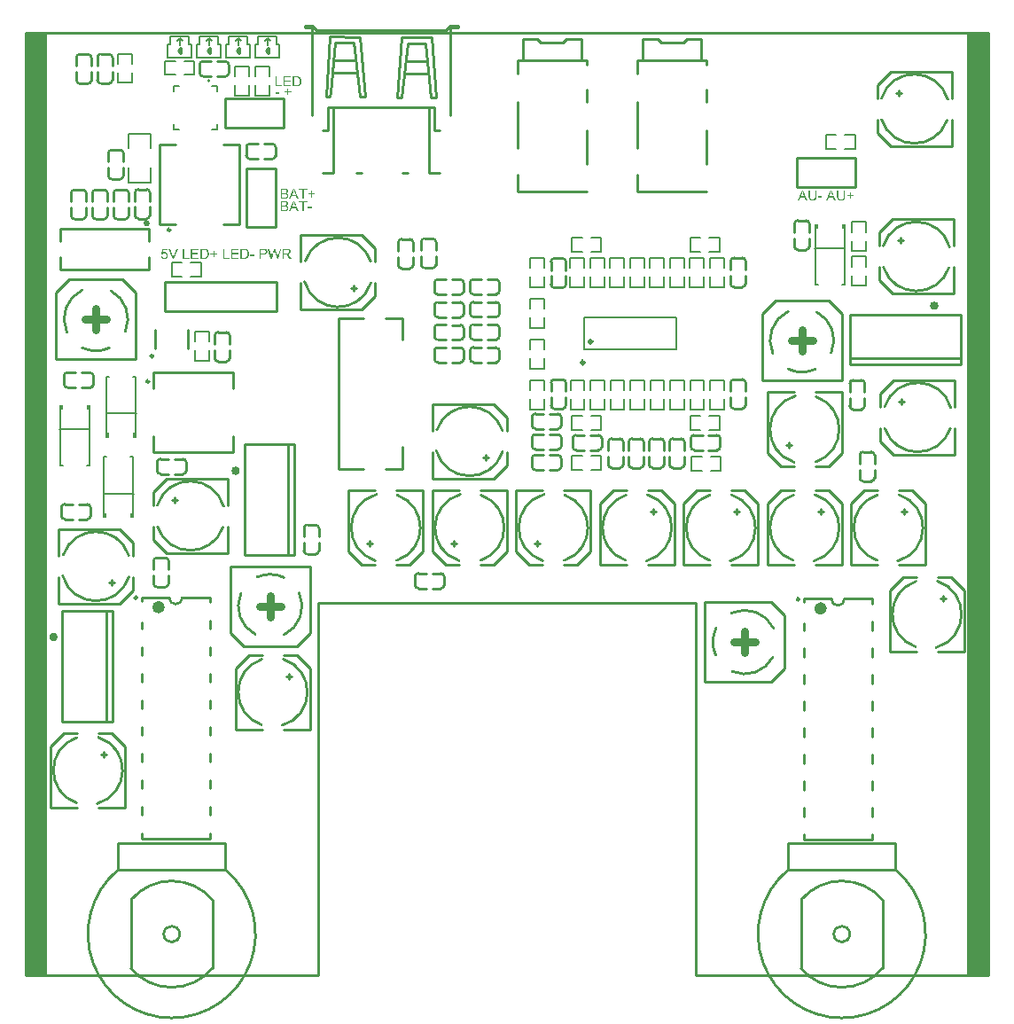
<source format=gto>
G04*
G04 #@! TF.GenerationSoftware,Altium Limited,Altium Designer,20.2.6 (244)*
G04*
G04 Layer_Color=65535*
%FSLAX24Y24*%
%MOIN*%
G70*
G04*
G04 #@! TF.SameCoordinates,FA5C595E-BAF6-4CA8-81BB-533EFFED9D24*
G04*
G04*
G04 #@! TF.FilePolarity,Positive*
G04*
G01*
G75*
%ADD10C,0.0059*%
%ADD11C,0.0100*%
%ADD12C,0.0236*%
%ADD13C,0.0098*%
%ADD14C,0.0157*%
%ADD15C,0.0118*%
%ADD16C,0.0060*%
%ADD17C,0.0300*%
%ADD18C,0.0050*%
%ADD19R,0.0800X3.5450*%
G36*
X19218Y23941D02*
X19350D01*
Y23761D01*
X19218D01*
Y23941D01*
D02*
G37*
G36*
X19318Y26957D02*
X19450D01*
Y26777D01*
X19318D01*
Y26957D01*
D02*
G37*
G36*
X17568Y27843D02*
X17700D01*
Y28023D01*
X17568D01*
Y27843D01*
D02*
G37*
G36*
X18732D02*
X18600D01*
Y28023D01*
X18732D01*
Y27843D01*
D02*
G37*
G36*
X20382Y23941D02*
X20250D01*
Y23761D01*
X20382D01*
Y23941D01*
D02*
G37*
G36*
X20482Y26957D02*
X20350D01*
Y26777D01*
X20482D01*
Y26957D01*
D02*
G37*
G36*
X45968Y34643D02*
X46100D01*
Y34823D01*
X45968D01*
Y34643D01*
D02*
G37*
G36*
X47132D02*
X47000D01*
Y34823D01*
X47132D01*
Y34643D01*
D02*
G37*
G36*
X26505Y40376D02*
X26510D01*
X26515Y40376D01*
X26527Y40375D01*
X26538Y40374D01*
X26549Y40373D01*
X26554Y40372D01*
X26559Y40371D01*
X26559D01*
X26560Y40370D01*
X26562Y40370D01*
X26564Y40369D01*
X26567Y40368D01*
X26570Y40367D01*
X26578Y40364D01*
X26587Y40361D01*
X26596Y40356D01*
X26606Y40350D01*
X26615Y40343D01*
X26615Y40343D01*
X26616Y40342D01*
X26618Y40341D01*
X26620Y40339D01*
X26622Y40336D01*
X26625Y40333D01*
X26629Y40329D01*
X26632Y40325D01*
X26636Y40321D01*
X26639Y40316D01*
X26643Y40310D01*
X26647Y40305D01*
X26654Y40292D01*
X26660Y40278D01*
Y40277D01*
X26661Y40276D01*
X26661Y40273D01*
X26663Y40270D01*
X26664Y40267D01*
X26665Y40262D01*
X26666Y40257D01*
X26668Y40251D01*
X26669Y40245D01*
X26671Y40238D01*
X26672Y40230D01*
X26673Y40222D01*
X26674Y40214D01*
X26675Y40205D01*
X26676Y40186D01*
Y40186D01*
Y40184D01*
Y40182D01*
Y40179D01*
X26675Y40175D01*
Y40171D01*
X26675Y40166D01*
X26674Y40160D01*
X26673Y40148D01*
X26671Y40135D01*
X26668Y40122D01*
X26665Y40109D01*
Y40108D01*
X26665Y40107D01*
X26664Y40105D01*
X26663Y40103D01*
X26662Y40100D01*
X26661Y40097D01*
X26658Y40089D01*
X26654Y40080D01*
X26650Y40071D01*
X26645Y40062D01*
X26639Y40053D01*
Y40052D01*
X26638Y40052D01*
X26637Y40051D01*
X26636Y40049D01*
X26633Y40045D01*
X26629Y40040D01*
X26624Y40035D01*
X26618Y40029D01*
X26611Y40023D01*
X26604Y40018D01*
X26604D01*
X26603Y40017D01*
X26601Y40016D01*
X26596Y40014D01*
X26591Y40011D01*
X26584Y40008D01*
X26577Y40005D01*
X26567Y40002D01*
X26558Y39999D01*
X26557D01*
X26557Y39998D01*
X26555D01*
X26553Y39998D01*
X26551Y39998D01*
X26547Y39997D01*
X26544Y39996D01*
X26540Y39996D01*
X26531Y39995D01*
X26521Y39993D01*
X26509Y39993D01*
X26497Y39993D01*
X26358D01*
Y40377D01*
X26501D01*
X26505Y40376D01*
D02*
G37*
G36*
X26279Y40331D02*
X26052D01*
Y40214D01*
X26265D01*
Y40169D01*
X26052D01*
Y40038D01*
X26288D01*
Y39993D01*
X26002D01*
Y40377D01*
X26279D01*
Y40331D01*
D02*
G37*
G36*
X25751Y40038D02*
X25940D01*
Y39993D01*
X25700D01*
Y40377D01*
X25751D01*
Y40038D01*
D02*
G37*
G36*
X25845Y39715D02*
X25700D01*
Y39763D01*
X25845D01*
Y39715D01*
D02*
G37*
G36*
X26190Y39811D02*
X26294D01*
Y39767D01*
X26190D01*
Y39662D01*
X26145D01*
Y39767D01*
X26041D01*
Y39811D01*
X26145D01*
Y39916D01*
X26190D01*
Y39811D01*
D02*
G37*
G36*
X27083Y35972D02*
X27187D01*
Y35928D01*
X27083D01*
Y35823D01*
X27038D01*
Y35928D01*
X26934D01*
Y35972D01*
X27038D01*
Y36077D01*
X27083D01*
Y35972D01*
D02*
G37*
G36*
X26893Y36099D02*
X26766D01*
Y35761D01*
X26715D01*
Y36099D01*
X26589D01*
Y36145D01*
X26893D01*
Y36099D01*
D02*
G37*
G36*
X26577Y35761D02*
X26519D01*
X26475Y35877D01*
X26314D01*
X26272Y35761D01*
X26218D01*
X26365Y36145D01*
X26420D01*
X26577Y35761D01*
D02*
G37*
G36*
X26055Y36144D02*
X26059D01*
X26064Y36144D01*
X26069Y36143D01*
X26080Y36142D01*
X26092Y36140D01*
X26103Y36137D01*
X26114Y36133D01*
X26115D01*
X26115Y36132D01*
X26117Y36131D01*
X26119Y36131D01*
X26123Y36128D01*
X26130Y36124D01*
X26136Y36119D01*
X26143Y36113D01*
X26150Y36105D01*
X26156Y36097D01*
Y36096D01*
X26157Y36096D01*
X26157Y36094D01*
X26158Y36093D01*
X26160Y36091D01*
X26161Y36088D01*
X26164Y36082D01*
X26166Y36074D01*
X26169Y36065D01*
X26170Y36056D01*
X26171Y36046D01*
Y36046D01*
Y36045D01*
Y36044D01*
Y36042D01*
X26170Y36037D01*
X26170Y36031D01*
X26168Y36024D01*
X26165Y36016D01*
X26162Y36008D01*
X26158Y36000D01*
Y36000D01*
X26157Y35999D01*
X26156Y35998D01*
X26155Y35996D01*
X26152Y35992D01*
X26148Y35987D01*
X26142Y35982D01*
X26135Y35976D01*
X26127Y35970D01*
X26118Y35965D01*
X26118D01*
X26119Y35965D01*
X26121Y35964D01*
X26123Y35963D01*
X26126Y35962D01*
X26130Y35960D01*
X26137Y35957D01*
X26146Y35952D01*
X26155Y35946D01*
X26163Y35939D01*
X26171Y35930D01*
X26171Y35930D01*
X26172Y35929D01*
X26172Y35928D01*
X26174Y35926D01*
X26175Y35923D01*
X26177Y35921D01*
X26179Y35917D01*
X26180Y35913D01*
X26184Y35905D01*
X26187Y35895D01*
X26189Y35884D01*
X26190Y35878D01*
Y35872D01*
Y35871D01*
Y35871D01*
Y35869D01*
Y35867D01*
X26190Y35865D01*
Y35862D01*
X26189Y35856D01*
X26187Y35848D01*
X26185Y35839D01*
X26182Y35830D01*
X26178Y35821D01*
Y35821D01*
X26178Y35821D01*
X26177Y35819D01*
X26176Y35818D01*
X26174Y35814D01*
X26170Y35809D01*
X26167Y35803D01*
X26162Y35797D01*
X26156Y35791D01*
X26150Y35786D01*
X26149Y35785D01*
X26147Y35784D01*
X26143Y35782D01*
X26138Y35779D01*
X26133Y35776D01*
X26125Y35772D01*
X26117Y35770D01*
X26108Y35767D01*
X26108D01*
X26107Y35767D01*
X26105D01*
X26103Y35766D01*
X26101Y35766D01*
X26098Y35765D01*
X26095Y35765D01*
X26091Y35764D01*
X26087Y35763D01*
X26082Y35763D01*
X26071Y35762D01*
X26059Y35761D01*
X26046Y35761D01*
X25900D01*
Y36145D01*
X26051D01*
X26055Y36144D01*
D02*
G37*
G36*
X27066Y35415D02*
X26920D01*
Y35463D01*
X27066D01*
Y35415D01*
D02*
G37*
G36*
X26893Y35639D02*
X26766D01*
Y35300D01*
X26715D01*
Y35639D01*
X26589D01*
Y35684D01*
X26893D01*
Y35639D01*
D02*
G37*
G36*
X26577Y35300D02*
X26519D01*
X26475Y35416D01*
X26314D01*
X26272Y35300D01*
X26218D01*
X26365Y35684D01*
X26420D01*
X26577Y35300D01*
D02*
G37*
G36*
X26055Y35684D02*
X26059D01*
X26064Y35683D01*
X26069Y35682D01*
X26080Y35681D01*
X26092Y35679D01*
X26103Y35676D01*
X26114Y35672D01*
X26115D01*
X26115Y35671D01*
X26117Y35671D01*
X26119Y35670D01*
X26123Y35667D01*
X26130Y35663D01*
X26136Y35658D01*
X26143Y35652D01*
X26150Y35644D01*
X26156Y35636D01*
Y35636D01*
X26157Y35635D01*
X26157Y35634D01*
X26158Y35632D01*
X26160Y35630D01*
X26161Y35627D01*
X26164Y35621D01*
X26166Y35613D01*
X26169Y35605D01*
X26170Y35595D01*
X26171Y35585D01*
Y35585D01*
Y35584D01*
Y35583D01*
Y35581D01*
X26170Y35577D01*
X26170Y35570D01*
X26168Y35563D01*
X26165Y35555D01*
X26162Y35548D01*
X26158Y35539D01*
Y35539D01*
X26157Y35538D01*
X26156Y35537D01*
X26155Y35535D01*
X26152Y35532D01*
X26148Y35527D01*
X26142Y35521D01*
X26135Y35515D01*
X26127Y35510D01*
X26118Y35504D01*
X26118D01*
X26119Y35504D01*
X26121Y35503D01*
X26123Y35502D01*
X26126Y35501D01*
X26130Y35500D01*
X26137Y35496D01*
X26146Y35491D01*
X26155Y35485D01*
X26163Y35478D01*
X26171Y35469D01*
X26171Y35469D01*
X26172Y35468D01*
X26172Y35467D01*
X26174Y35465D01*
X26175Y35463D01*
X26177Y35460D01*
X26179Y35456D01*
X26180Y35453D01*
X26184Y35444D01*
X26187Y35434D01*
X26189Y35423D01*
X26190Y35417D01*
Y35411D01*
Y35411D01*
Y35410D01*
Y35409D01*
Y35406D01*
X26190Y35404D01*
Y35401D01*
X26189Y35395D01*
X26187Y35387D01*
X26185Y35379D01*
X26182Y35369D01*
X26178Y35361D01*
Y35360D01*
X26178Y35360D01*
X26177Y35359D01*
X26176Y35357D01*
X26174Y35353D01*
X26170Y35348D01*
X26167Y35342D01*
X26162Y35336D01*
X26156Y35330D01*
X26150Y35325D01*
X26149Y35325D01*
X26147Y35323D01*
X26143Y35321D01*
X26138Y35318D01*
X26133Y35315D01*
X26125Y35312D01*
X26117Y35309D01*
X26108Y35306D01*
X26108D01*
X26107Y35306D01*
X26105D01*
X26103Y35305D01*
X26101Y35305D01*
X26098Y35304D01*
X26095Y35304D01*
X26091Y35303D01*
X26087Y35303D01*
X26082Y35302D01*
X26071Y35301D01*
X26059Y35300D01*
X26046Y35300D01*
X25900D01*
Y35684D01*
X26051D01*
X26055Y35684D01*
D02*
G37*
G36*
X46257Y35821D02*
X46112D01*
Y35869D01*
X46257D01*
Y35821D01*
D02*
G37*
G36*
X47347Y35918D02*
X47451D01*
Y35873D01*
X47347D01*
Y35768D01*
X47302D01*
Y35873D01*
X47198D01*
Y35918D01*
X47302D01*
Y36022D01*
X47347D01*
Y35918D01*
D02*
G37*
G36*
X47125Y35868D02*
Y35868D01*
Y35866D01*
Y35863D01*
Y35859D01*
X47124Y35854D01*
X47124Y35849D01*
X47123Y35842D01*
X47123Y35835D01*
X47121Y35821D01*
X47119Y35805D01*
X47116Y35790D01*
X47114Y35783D01*
X47111Y35777D01*
Y35776D01*
X47111Y35775D01*
X47110Y35773D01*
X47109Y35771D01*
X47107Y35768D01*
X47106Y35764D01*
X47101Y35757D01*
X47098Y35752D01*
X47094Y35748D01*
X47090Y35743D01*
X47086Y35739D01*
X47081Y35734D01*
X47076Y35730D01*
X47070Y35725D01*
X47064Y35721D01*
X47063Y35721D01*
X47062Y35720D01*
X47061Y35719D01*
X47058Y35718D01*
X47054Y35716D01*
X47050Y35715D01*
X47046Y35712D01*
X47040Y35711D01*
X47034Y35709D01*
X47027Y35707D01*
X47020Y35705D01*
X47012Y35703D01*
X47003Y35702D01*
X46994Y35701D01*
X46984Y35700D01*
X46974Y35700D01*
X46969D01*
X46965Y35700D01*
X46961D01*
X46956Y35701D01*
X46950Y35702D01*
X46943Y35703D01*
X46929Y35705D01*
X46914Y35708D01*
X46900Y35712D01*
X46893Y35715D01*
X46886Y35718D01*
X46885Y35719D01*
X46884Y35719D01*
X46883Y35720D01*
X46880Y35722D01*
X46878Y35724D01*
X46874Y35726D01*
X46871Y35729D01*
X46867Y35732D01*
X46859Y35740D01*
X46851Y35749D01*
X46843Y35759D01*
X46840Y35766D01*
X46837Y35772D01*
Y35772D01*
X46837Y35774D01*
X46836Y35776D01*
X46835Y35779D01*
X46834Y35782D01*
X46833Y35787D01*
X46831Y35792D01*
X46830Y35797D01*
X46828Y35804D01*
X46827Y35811D01*
X46826Y35819D01*
X46825Y35828D01*
X46824Y35837D01*
X46823Y35847D01*
X46823Y35857D01*
Y35868D01*
Y36090D01*
X46873D01*
Y35868D01*
Y35868D01*
Y35866D01*
Y35864D01*
Y35860D01*
X46874Y35856D01*
Y35851D01*
X46874Y35846D01*
X46875Y35841D01*
X46875Y35829D01*
X46877Y35816D01*
X46880Y35805D01*
X46881Y35799D01*
X46883Y35795D01*
Y35794D01*
X46883Y35794D01*
X46883Y35793D01*
X46884Y35791D01*
X46887Y35787D01*
X46890Y35782D01*
X46894Y35775D01*
X46900Y35769D01*
X46906Y35764D01*
X46914Y35758D01*
X46915D01*
X46915Y35758D01*
X46917Y35757D01*
X46918Y35756D01*
X46920Y35755D01*
X46923Y35754D01*
X46926Y35753D01*
X46930Y35752D01*
X46938Y35750D01*
X46947Y35748D01*
X46958Y35746D01*
X46970Y35746D01*
X46975D01*
X46979Y35746D01*
X46984Y35747D01*
X46989Y35747D01*
X46995Y35748D01*
X47001Y35749D01*
X47014Y35752D01*
X47021Y35754D01*
X47027Y35757D01*
X47034Y35759D01*
X47039Y35763D01*
X47045Y35767D01*
X47050Y35771D01*
X47050Y35772D01*
X47051Y35772D01*
X47052Y35774D01*
X47054Y35776D01*
X47055Y35779D01*
X47057Y35783D01*
X47060Y35787D01*
X47062Y35793D01*
X47064Y35799D01*
X47066Y35806D01*
X47069Y35814D01*
X47070Y35823D01*
X47072Y35833D01*
X47073Y35844D01*
X47073Y35856D01*
X47074Y35868D01*
Y36090D01*
X47125D01*
Y35868D01*
D02*
G37*
G36*
X46052D02*
Y35868D01*
Y35866D01*
Y35863D01*
Y35859D01*
X46052Y35854D01*
X46051Y35849D01*
X46051Y35842D01*
X46051Y35835D01*
X46049Y35821D01*
X46047Y35805D01*
X46043Y35790D01*
X46041Y35783D01*
X46039Y35777D01*
Y35776D01*
X46038Y35775D01*
X46038Y35773D01*
X46036Y35771D01*
X46035Y35768D01*
X46033Y35764D01*
X46028Y35757D01*
X46025Y35752D01*
X46022Y35748D01*
X46018Y35743D01*
X46014Y35739D01*
X46009Y35734D01*
X46004Y35730D01*
X45998Y35725D01*
X45991Y35721D01*
X45991Y35721D01*
X45990Y35720D01*
X45988Y35719D01*
X45985Y35718D01*
X45982Y35716D01*
X45978Y35715D01*
X45973Y35712D01*
X45967Y35711D01*
X45962Y35709D01*
X45955Y35707D01*
X45947Y35705D01*
X45939Y35703D01*
X45931Y35702D01*
X45922Y35701D01*
X45912Y35700D01*
X45902Y35700D01*
X45897D01*
X45893Y35700D01*
X45888D01*
X45883Y35701D01*
X45877Y35702D01*
X45871Y35703D01*
X45857Y35705D01*
X45842Y35708D01*
X45827Y35712D01*
X45820Y35715D01*
X45813Y35718D01*
X45813Y35719D01*
X45812Y35719D01*
X45810Y35720D01*
X45808Y35722D01*
X45805Y35724D01*
X45802Y35726D01*
X45798Y35729D01*
X45795Y35732D01*
X45786Y35740D01*
X45778Y35749D01*
X45771Y35759D01*
X45768Y35766D01*
X45765Y35772D01*
Y35772D01*
X45764Y35774D01*
X45764Y35776D01*
X45763Y35779D01*
X45761Y35782D01*
X45760Y35787D01*
X45759Y35792D01*
X45758Y35797D01*
X45756Y35804D01*
X45755Y35811D01*
X45754Y35819D01*
X45753Y35828D01*
X45751Y35837D01*
X45751Y35847D01*
X45750Y35857D01*
Y35868D01*
Y36090D01*
X45801D01*
Y35868D01*
Y35868D01*
Y35866D01*
Y35864D01*
Y35860D01*
X45801Y35856D01*
Y35851D01*
X45802Y35846D01*
X45802Y35841D01*
X45803Y35829D01*
X45805Y35816D01*
X45807Y35805D01*
X45808Y35799D01*
X45810Y35795D01*
Y35794D01*
X45811Y35794D01*
X45811Y35793D01*
X45812Y35791D01*
X45814Y35787D01*
X45818Y35782D01*
X45822Y35775D01*
X45827Y35769D01*
X45834Y35764D01*
X45842Y35758D01*
X45842D01*
X45843Y35758D01*
X45844Y35757D01*
X45846Y35756D01*
X45848Y35755D01*
X45851Y35754D01*
X45854Y35753D01*
X45857Y35752D01*
X45865Y35750D01*
X45875Y35748D01*
X45886Y35746D01*
X45897Y35746D01*
X45903D01*
X45907Y35746D01*
X45911Y35747D01*
X45917Y35747D01*
X45922Y35748D01*
X45929Y35749D01*
X45942Y35752D01*
X45948Y35754D01*
X45955Y35757D01*
X45961Y35759D01*
X45967Y35763D01*
X45972Y35767D01*
X45977Y35771D01*
X45978Y35772D01*
X45979Y35772D01*
X45979Y35774D01*
X45981Y35776D01*
X45983Y35779D01*
X45985Y35783D01*
X45987Y35787D01*
X45989Y35793D01*
X45991Y35799D01*
X45994Y35806D01*
X45996Y35814D01*
X45998Y35823D01*
X45999Y35833D01*
X46001Y35844D01*
X46001Y35856D01*
X46001Y35868D01*
Y36090D01*
X46052D01*
Y35868D01*
D02*
G37*
G36*
X46781Y35706D02*
X46724D01*
X46679Y35822D01*
X46518D01*
X46476Y35706D01*
X46422D01*
X46569Y36090D01*
X46624D01*
X46781Y35706D01*
D02*
G37*
G36*
X45709D02*
X45651D01*
X45607Y35822D01*
X45445D01*
X45404Y35706D01*
X45350D01*
X45497Y36090D01*
X45552D01*
X45709Y35706D01*
D02*
G37*
G36*
X24893Y33621D02*
X24748D01*
Y33669D01*
X24893D01*
Y33621D01*
D02*
G37*
G36*
X23405Y33718D02*
X23509D01*
Y33673D01*
X23405D01*
Y33568D01*
X23360D01*
Y33673D01*
X23256D01*
Y33718D01*
X23360D01*
Y33822D01*
X23405D01*
Y33718D01*
D02*
G37*
G36*
X25812Y33506D02*
X25762D01*
X25682Y33799D01*
Y33799D01*
X25681Y33800D01*
X25681Y33802D01*
X25680Y33805D01*
X25679Y33807D01*
X25679Y33811D01*
X25676Y33818D01*
X25674Y33826D01*
X25672Y33833D01*
X25671Y33837D01*
X25671Y33839D01*
X25670Y33842D01*
X25669Y33844D01*
Y33843D01*
X25669Y33842D01*
Y33841D01*
X25668Y33839D01*
X25668Y33837D01*
X25667Y33834D01*
X25666Y33828D01*
X25664Y33821D01*
X25662Y33813D01*
X25660Y33806D01*
X25658Y33799D01*
X25577Y33506D01*
X25524D01*
X25423Y33890D01*
X25476D01*
X25533Y33638D01*
Y33638D01*
X25534Y33636D01*
X25534Y33634D01*
X25535Y33631D01*
X25536Y33628D01*
X25537Y33624D01*
X25538Y33619D01*
X25539Y33614D01*
X25540Y33608D01*
X25542Y33602D01*
X25544Y33589D01*
X25547Y33574D01*
X25550Y33560D01*
Y33561D01*
X25550Y33562D01*
X25551Y33566D01*
X25552Y33569D01*
X25553Y33574D01*
X25554Y33580D01*
X25556Y33586D01*
X25557Y33592D01*
X25560Y33604D01*
X25562Y33610D01*
X25563Y33616D01*
X25565Y33621D01*
X25565Y33625D01*
X25566Y33628D01*
X25567Y33631D01*
X25640Y33890D01*
X25701D01*
X25756Y33696D01*
X25756Y33695D01*
X25757Y33692D01*
X25758Y33688D01*
X25759Y33683D01*
X25761Y33677D01*
X25763Y33669D01*
X25765Y33661D01*
X25768Y33651D01*
X25770Y33641D01*
X25773Y33631D01*
X25775Y33619D01*
X25778Y33608D01*
X25782Y33584D01*
X25786Y33560D01*
Y33560D01*
X25787Y33562D01*
X25787Y33564D01*
X25788Y33566D01*
X25788Y33570D01*
X25789Y33574D01*
X25790Y33579D01*
X25792Y33584D01*
X25793Y33590D01*
X25794Y33596D01*
X25796Y33603D01*
X25798Y33610D01*
X25801Y33626D01*
X25805Y33643D01*
X25866Y33890D01*
X25917D01*
X25812Y33506D01*
D02*
G37*
G36*
X21879D02*
X21827D01*
X21678Y33890D01*
X21733D01*
X21833Y33611D01*
Y33611D01*
X21833Y33609D01*
X21834Y33608D01*
X21835Y33605D01*
X21836Y33602D01*
X21837Y33599D01*
X21838Y33595D01*
X21840Y33591D01*
X21843Y33581D01*
X21846Y33571D01*
X21850Y33559D01*
X21853Y33548D01*
Y33549D01*
X21853Y33549D01*
X21854Y33552D01*
X21855Y33554D01*
X21856Y33557D01*
X21856Y33560D01*
X21858Y33564D01*
X21859Y33568D01*
X21862Y33577D01*
X21865Y33588D01*
X21870Y33599D01*
X21874Y33611D01*
X21977Y33890D01*
X22029D01*
X21879Y33506D01*
D02*
G37*
G36*
X21636Y33840D02*
X21483D01*
X21462Y33737D01*
X21463Y33738D01*
X21464Y33738D01*
X21466Y33739D01*
X21468Y33741D01*
X21472Y33743D01*
X21475Y33745D01*
X21479Y33747D01*
X21484Y33749D01*
X21489Y33751D01*
X21495Y33754D01*
X21507Y33758D01*
X21514Y33759D01*
X21521Y33760D01*
X21528Y33761D01*
X21535Y33761D01*
X21537D01*
X21540Y33761D01*
X21543D01*
X21547Y33760D01*
X21552Y33760D01*
X21558Y33758D01*
X21564Y33757D01*
X21571Y33755D01*
X21577Y33753D01*
X21584Y33750D01*
X21591Y33747D01*
X21598Y33743D01*
X21606Y33738D01*
X21613Y33733D01*
X21619Y33726D01*
X21620Y33726D01*
X21621Y33725D01*
X21623Y33723D01*
X21625Y33720D01*
X21628Y33717D01*
X21630Y33712D01*
X21633Y33708D01*
X21637Y33702D01*
X21640Y33696D01*
X21643Y33689D01*
X21646Y33682D01*
X21649Y33673D01*
X21651Y33665D01*
X21653Y33656D01*
X21654Y33646D01*
X21654Y33636D01*
Y33636D01*
Y33634D01*
Y33631D01*
X21654Y33628D01*
X21653Y33623D01*
X21653Y33618D01*
X21652Y33612D01*
X21650Y33606D01*
X21649Y33599D01*
X21647Y33592D01*
X21644Y33584D01*
X21641Y33577D01*
X21638Y33569D01*
X21634Y33561D01*
X21629Y33554D01*
X21624Y33547D01*
X21623Y33546D01*
X21622Y33545D01*
X21620Y33542D01*
X21617Y33540D01*
X21613Y33536D01*
X21609Y33532D01*
X21603Y33527D01*
X21597Y33523D01*
X21591Y33519D01*
X21583Y33515D01*
X21575Y33511D01*
X21566Y33507D01*
X21556Y33504D01*
X21546Y33502D01*
X21535Y33500D01*
X21523Y33500D01*
X21518D01*
X21514Y33500D01*
X21510Y33501D01*
X21505Y33502D01*
X21499Y33503D01*
X21493Y33504D01*
X21486Y33505D01*
X21479Y33507D01*
X21472Y33510D01*
X21465Y33512D01*
X21458Y33516D01*
X21451Y33520D01*
X21444Y33524D01*
X21437Y33529D01*
X21437Y33530D01*
X21436Y33530D01*
X21435Y33532D01*
X21432Y33535D01*
X21430Y33537D01*
X21427Y33541D01*
X21424Y33545D01*
X21420Y33550D01*
X21417Y33555D01*
X21414Y33561D01*
X21411Y33567D01*
X21408Y33574D01*
X21405Y33582D01*
X21403Y33589D01*
X21401Y33598D01*
X21400Y33607D01*
X21449Y33611D01*
Y33610D01*
X21450Y33609D01*
X21450Y33607D01*
X21451Y33605D01*
X21451Y33602D01*
X21452Y33598D01*
X21455Y33590D01*
X21458Y33582D01*
X21462Y33572D01*
X21468Y33564D01*
X21471Y33560D01*
X21474Y33557D01*
X21475D01*
X21475Y33556D01*
X21477Y33555D01*
X21478Y33554D01*
X21482Y33551D01*
X21488Y33548D01*
X21495Y33545D01*
X21504Y33542D01*
X21513Y33540D01*
X21518Y33539D01*
X21523Y33539D01*
X21526D01*
X21529Y33539D01*
X21532Y33540D01*
X21535Y33540D01*
X21543Y33542D01*
X21552Y33545D01*
X21557Y33547D01*
X21562Y33549D01*
X21567Y33552D01*
X21571Y33556D01*
X21576Y33559D01*
X21581Y33564D01*
X21581Y33564D01*
X21581Y33565D01*
X21583Y33567D01*
X21584Y33569D01*
X21586Y33572D01*
X21588Y33574D01*
X21590Y33578D01*
X21593Y33582D01*
X21595Y33587D01*
X21597Y33592D01*
X21599Y33598D01*
X21601Y33604D01*
X21602Y33610D01*
X21603Y33617D01*
X21604Y33624D01*
X21604Y33632D01*
Y33633D01*
Y33634D01*
Y33636D01*
X21604Y33639D01*
X21603Y33642D01*
X21603Y33646D01*
X21602Y33651D01*
X21601Y33656D01*
X21599Y33666D01*
X21595Y33676D01*
X21592Y33681D01*
X21589Y33686D01*
X21586Y33691D01*
X21581Y33696D01*
X21581Y33696D01*
X21581Y33697D01*
X21579Y33698D01*
X21577Y33700D01*
X21575Y33701D01*
X21572Y33703D01*
X21569Y33705D01*
X21566Y33708D01*
X21561Y33710D01*
X21557Y33712D01*
X21547Y33716D01*
X21541Y33718D01*
X21535Y33719D01*
X21529Y33719D01*
X21522Y33720D01*
X21519D01*
X21514Y33719D01*
X21509Y33718D01*
X21502Y33717D01*
X21495Y33715D01*
X21488Y33713D01*
X21481Y33709D01*
X21480Y33708D01*
X21478Y33707D01*
X21474Y33705D01*
X21470Y33702D01*
X21466Y33698D01*
X21461Y33693D01*
X21457Y33688D01*
X21452Y33682D01*
X21408Y33688D01*
X21445Y33885D01*
X21636D01*
Y33840D01*
D02*
G37*
G36*
X26148Y33890D02*
X26152D01*
X26158Y33889D01*
X26164Y33889D01*
X26177Y33888D01*
X26189Y33886D01*
X26202Y33883D01*
X26207Y33881D01*
X26213Y33880D01*
X26213D01*
X26214Y33879D01*
X26215Y33879D01*
X26217Y33878D01*
X26222Y33875D01*
X26228Y33871D01*
X26235Y33867D01*
X26242Y33860D01*
X26249Y33852D01*
X26256Y33843D01*
Y33843D01*
X26256Y33842D01*
X26257Y33841D01*
X26258Y33839D01*
X26259Y33836D01*
X26261Y33833D01*
X26262Y33830D01*
X26264Y33826D01*
X26267Y33817D01*
X26269Y33808D01*
X26271Y33797D01*
X26272Y33785D01*
Y33785D01*
Y33784D01*
Y33781D01*
X26271Y33779D01*
X26271Y33775D01*
X26271Y33771D01*
X26270Y33766D01*
X26268Y33761D01*
X26265Y33750D01*
X26263Y33745D01*
X26261Y33739D01*
X26258Y33733D01*
X26254Y33727D01*
X26250Y33722D01*
X26245Y33716D01*
X26245Y33716D01*
X26244Y33715D01*
X26242Y33714D01*
X26240Y33712D01*
X26237Y33710D01*
X26234Y33707D01*
X26230Y33704D01*
X26225Y33701D01*
X26219Y33698D01*
X26214Y33696D01*
X26207Y33693D01*
X26199Y33690D01*
X26191Y33687D01*
X26183Y33685D01*
X26173Y33683D01*
X26163Y33681D01*
X26164D01*
X26164Y33681D01*
X26167Y33679D01*
X26170Y33677D01*
X26175Y33675D01*
X26180Y33672D01*
X26185Y33669D01*
X26190Y33665D01*
X26194Y33662D01*
X26194Y33661D01*
X26195Y33661D01*
X26196Y33660D01*
X26198Y33658D01*
X26200Y33656D01*
X26202Y33654D01*
X26208Y33648D01*
X26214Y33640D01*
X26221Y33631D01*
X26229Y33621D01*
X26236Y33611D01*
X26303Y33506D01*
X26239D01*
X26188Y33586D01*
X26188Y33587D01*
X26187Y33588D01*
X26186Y33589D01*
X26184Y33592D01*
X26183Y33595D01*
X26180Y33598D01*
X26175Y33606D01*
X26169Y33614D01*
X26164Y33623D01*
X26157Y33631D01*
X26152Y33639D01*
Y33639D01*
X26151Y33640D01*
X26149Y33642D01*
X26147Y33645D01*
X26143Y33649D01*
X26139Y33653D01*
X26135Y33657D01*
X26130Y33661D01*
X26126Y33664D01*
X26125Y33665D01*
X26124Y33666D01*
X26122Y33667D01*
X26119Y33668D01*
X26115Y33670D01*
X26111Y33672D01*
X26107Y33673D01*
X26102Y33675D01*
X26102D01*
X26101Y33675D01*
X26099Y33676D01*
X26096Y33676D01*
X26092D01*
X26087Y33676D01*
X26081Y33677D01*
X26016D01*
Y33506D01*
X25965D01*
Y33890D01*
X26143D01*
X26148Y33890D01*
D02*
G37*
G36*
X25266D02*
X25276Y33889D01*
X25285Y33889D01*
X25295Y33888D01*
X25299Y33887D01*
X25303Y33886D01*
X25303D01*
X25304Y33886D01*
X25306D01*
X25307Y33886D01*
X25310Y33885D01*
X25313Y33884D01*
X25320Y33882D01*
X25327Y33880D01*
X25335Y33876D01*
X25343Y33873D01*
X25350Y33868D01*
X25351D01*
X25351Y33868D01*
X25354Y33866D01*
X25357Y33863D01*
X25362Y33859D01*
X25366Y33854D01*
X25372Y33847D01*
X25377Y33840D01*
X25381Y33831D01*
Y33831D01*
X25382Y33830D01*
X25382Y33829D01*
X25383Y33827D01*
X25384Y33825D01*
X25385Y33822D01*
X25387Y33816D01*
X25389Y33808D01*
X25392Y33799D01*
X25393Y33789D01*
X25393Y33779D01*
Y33778D01*
Y33777D01*
Y33774D01*
X25393Y33770D01*
X25392Y33766D01*
X25392Y33762D01*
X25391Y33756D01*
X25389Y33750D01*
X25388Y33744D01*
X25386Y33737D01*
X25383Y33730D01*
X25380Y33723D01*
X25377Y33716D01*
X25372Y33709D01*
X25367Y33703D01*
X25362Y33696D01*
X25362Y33696D01*
X25360Y33695D01*
X25359Y33693D01*
X25356Y33691D01*
X25352Y33688D01*
X25348Y33685D01*
X25342Y33682D01*
X25336Y33679D01*
X25329Y33676D01*
X25321Y33673D01*
X25311Y33670D01*
X25301Y33668D01*
X25290Y33666D01*
X25277Y33664D01*
X25264Y33663D01*
X25249Y33662D01*
X25151D01*
Y33506D01*
X25100D01*
Y33890D01*
X25258D01*
X25266Y33890D01*
D02*
G37*
G36*
X24532D02*
X24537D01*
X24542Y33889D01*
X24554Y33889D01*
X24565Y33888D01*
X24576Y33886D01*
X24581Y33885D01*
X24586Y33884D01*
X24586D01*
X24587Y33884D01*
X24589Y33884D01*
X24591Y33883D01*
X24594Y33882D01*
X24597Y33881D01*
X24605Y33878D01*
X24614Y33874D01*
X24623Y33870D01*
X24633Y33864D01*
X24642Y33857D01*
X24642Y33857D01*
X24643Y33856D01*
X24645Y33854D01*
X24647Y33852D01*
X24649Y33850D01*
X24652Y33847D01*
X24656Y33843D01*
X24659Y33839D01*
X24663Y33834D01*
X24666Y33829D01*
X24670Y33824D01*
X24674Y33818D01*
X24681Y33805D01*
X24687Y33791D01*
Y33791D01*
X24688Y33790D01*
X24688Y33787D01*
X24690Y33784D01*
X24691Y33780D01*
X24692Y33776D01*
X24693Y33771D01*
X24695Y33765D01*
X24696Y33758D01*
X24698Y33751D01*
X24699Y33744D01*
X24700Y33736D01*
X24701Y33728D01*
X24702Y33719D01*
X24703Y33700D01*
Y33700D01*
Y33698D01*
Y33696D01*
Y33693D01*
X24702Y33689D01*
Y33684D01*
X24702Y33679D01*
X24701Y33674D01*
X24700Y33662D01*
X24698Y33649D01*
X24696Y33636D01*
X24692Y33622D01*
Y33622D01*
X24692Y33621D01*
X24691Y33619D01*
X24691Y33617D01*
X24689Y33614D01*
X24688Y33611D01*
X24685Y33603D01*
X24681Y33594D01*
X24677Y33584D01*
X24672Y33575D01*
X24666Y33567D01*
Y33566D01*
X24665Y33566D01*
X24664Y33564D01*
X24663Y33563D01*
X24660Y33559D01*
X24656Y33554D01*
X24651Y33548D01*
X24645Y33542D01*
X24638Y33537D01*
X24631Y33532D01*
X24631D01*
X24630Y33531D01*
X24628Y33530D01*
X24624Y33527D01*
X24618Y33525D01*
X24612Y33522D01*
X24604Y33518D01*
X24594Y33515D01*
X24585Y33512D01*
X24584D01*
X24584Y33512D01*
X24582D01*
X24580Y33512D01*
X24578Y33511D01*
X24574Y33510D01*
X24571Y33510D01*
X24567Y33510D01*
X24558Y33508D01*
X24548Y33507D01*
X24536Y33507D01*
X24524Y33506D01*
X24385D01*
Y33890D01*
X24528D01*
X24532Y33890D01*
D02*
G37*
G36*
X24307Y33845D02*
X24079D01*
Y33728D01*
X24292D01*
Y33682D01*
X24079D01*
Y33552D01*
X24315D01*
Y33506D01*
X24029D01*
Y33890D01*
X24307D01*
Y33845D01*
D02*
G37*
G36*
X23778Y33552D02*
X23967D01*
Y33506D01*
X23727D01*
Y33890D01*
X23778D01*
Y33552D01*
D02*
G37*
G36*
X23027Y33890D02*
X23032D01*
X23037Y33889D01*
X23048Y33889D01*
X23059Y33888D01*
X23071Y33886D01*
X23076Y33885D01*
X23080Y33884D01*
X23081D01*
X23082Y33884D01*
X23084Y33884D01*
X23086Y33883D01*
X23089Y33882D01*
X23092Y33881D01*
X23100Y33878D01*
X23109Y33874D01*
X23118Y33870D01*
X23127Y33864D01*
X23136Y33857D01*
X23137Y33857D01*
X23138Y33856D01*
X23139Y33854D01*
X23141Y33852D01*
X23144Y33850D01*
X23147Y33847D01*
X23150Y33843D01*
X23153Y33839D01*
X23157Y33834D01*
X23161Y33829D01*
X23165Y33824D01*
X23168Y33818D01*
X23175Y33805D01*
X23182Y33791D01*
Y33791D01*
X23183Y33790D01*
X23183Y33787D01*
X23184Y33784D01*
X23185Y33780D01*
X23187Y33776D01*
X23188Y33771D01*
X23190Y33765D01*
X23191Y33758D01*
X23192Y33751D01*
X23193Y33744D01*
X23195Y33736D01*
X23196Y33728D01*
X23196Y33719D01*
X23197Y33700D01*
Y33700D01*
Y33698D01*
Y33696D01*
Y33693D01*
X23197Y33689D01*
Y33684D01*
X23196Y33679D01*
X23196Y33674D01*
X23195Y33662D01*
X23193Y33649D01*
X23190Y33636D01*
X23187Y33622D01*
Y33622D01*
X23186Y33621D01*
X23185Y33619D01*
X23185Y33617D01*
X23184Y33614D01*
X23183Y33611D01*
X23180Y33603D01*
X23176Y33594D01*
X23171Y33584D01*
X23166Y33575D01*
X23161Y33567D01*
Y33566D01*
X23160Y33566D01*
X23159Y33564D01*
X23158Y33563D01*
X23155Y33559D01*
X23150Y33554D01*
X23145Y33548D01*
X23139Y33542D01*
X23133Y33537D01*
X23126Y33532D01*
X23125D01*
X23125Y33531D01*
X23122Y33530D01*
X23118Y33527D01*
X23113Y33525D01*
X23106Y33522D01*
X23098Y33518D01*
X23089Y33515D01*
X23079Y33512D01*
X23079D01*
X23078Y33512D01*
X23077D01*
X23075Y33512D01*
X23072Y33511D01*
X23069Y33510D01*
X23066Y33510D01*
X23062Y33510D01*
X23053Y33508D01*
X23042Y33507D01*
X23031Y33507D01*
X23018Y33506D01*
X22880D01*
Y33890D01*
X23023D01*
X23027Y33890D01*
D02*
G37*
G36*
X22801Y33845D02*
X22574D01*
Y33728D01*
X22787D01*
Y33682D01*
X22574D01*
Y33552D01*
X22810D01*
Y33506D01*
X22523D01*
Y33890D01*
X22801D01*
Y33845D01*
D02*
G37*
G36*
X22272Y33552D02*
X22462D01*
Y33506D01*
X22222D01*
Y33890D01*
X22272D01*
Y33552D01*
D02*
G37*
%LPC*%
G36*
X26497Y40331D02*
X26409D01*
Y40038D01*
X26497D01*
X26500Y40038D01*
X26504D01*
X26512Y40039D01*
X26522Y40040D01*
X26532Y40041D01*
X26542Y40042D01*
X26550Y40045D01*
X26551D01*
X26551Y40045D01*
X26552Y40045D01*
X26554Y40046D01*
X26558Y40047D01*
X26563Y40050D01*
X26568Y40052D01*
X26574Y40056D01*
X26580Y40060D01*
X26585Y40065D01*
X26585Y40065D01*
X26586Y40065D01*
X26588Y40068D01*
X26591Y40072D01*
X26595Y40077D01*
X26599Y40084D01*
X26604Y40093D01*
X26609Y40102D01*
X26613Y40113D01*
Y40114D01*
X26613Y40114D01*
X26614Y40116D01*
X26614Y40119D01*
X26615Y40121D01*
X26616Y40125D01*
X26617Y40129D01*
X26618Y40134D01*
X26619Y40139D01*
X26620Y40145D01*
X26621Y40151D01*
X26621Y40157D01*
X26623Y40171D01*
X26623Y40187D01*
Y40188D01*
Y40190D01*
Y40193D01*
X26623Y40197D01*
Y40202D01*
X26622Y40208D01*
X26621Y40214D01*
X26621Y40221D01*
X26618Y40236D01*
X26615Y40252D01*
X26610Y40266D01*
X26606Y40273D01*
X26603Y40280D01*
X26603Y40280D01*
X26602Y40281D01*
X26601Y40282D01*
X26599Y40285D01*
X26598Y40287D01*
X26595Y40290D01*
X26590Y40297D01*
X26583Y40305D01*
X26574Y40312D01*
X26565Y40318D01*
X26560Y40321D01*
X26555Y40323D01*
X26554D01*
X26554Y40324D01*
X26553Y40324D01*
X26551Y40325D01*
X26549Y40325D01*
X26546Y40326D01*
X26543Y40327D01*
X26539Y40327D01*
X26535Y40328D01*
X26530Y40329D01*
X26525Y40329D01*
X26519Y40330D01*
X26512Y40330D01*
X26505Y40331D01*
X26497Y40331D01*
D02*
G37*
G36*
X26391Y36105D02*
Y36104D01*
X26391Y36103D01*
X26390Y36101D01*
X26390Y36099D01*
X26389Y36095D01*
X26388Y36091D01*
X26387Y36086D01*
X26386Y36082D01*
X26385Y36076D01*
X26383Y36070D01*
X26379Y36058D01*
X26375Y36044D01*
X26370Y36031D01*
X26328Y35918D01*
X26459D01*
X26419Y36025D01*
Y36025D01*
X26418Y36027D01*
X26417Y36029D01*
X26416Y36033D01*
X26414Y36037D01*
X26413Y36042D01*
X26410Y36047D01*
X26408Y36053D01*
X26404Y36066D01*
X26400Y36079D01*
X26395Y36092D01*
X26391Y36105D01*
D02*
G37*
G36*
X26035Y36099D02*
X25951D01*
Y35983D01*
X26042D01*
X26045Y35984D01*
X26052D01*
X26060Y35984D01*
X26068Y35985D01*
X26076Y35986D01*
X26079Y35987D01*
X26082Y35987D01*
X26083D01*
X26083Y35988D01*
X26086Y35989D01*
X26089Y35990D01*
X26093Y35992D01*
X26098Y35995D01*
X26103Y35998D01*
X26107Y36002D01*
X26111Y36007D01*
X26112Y36007D01*
X26113Y36009D01*
X26115Y36012D01*
X26116Y36016D01*
X26118Y36021D01*
X26120Y36027D01*
X26121Y36033D01*
X26121Y36040D01*
Y36041D01*
Y36041D01*
Y36044D01*
X26121Y36047D01*
X26120Y36052D01*
X26119Y36057D01*
X26117Y36063D01*
X26115Y36069D01*
X26112Y36074D01*
X26111Y36075D01*
X26110Y36077D01*
X26108Y36079D01*
X26105Y36082D01*
X26101Y36085D01*
X26097Y36089D01*
X26092Y36091D01*
X26086Y36094D01*
X26085Y36094D01*
X26084D01*
X26082Y36095D01*
X26081Y36095D01*
X26078Y36096D01*
X26075Y36096D01*
X26072Y36097D01*
X26068Y36097D01*
X26064Y36098D01*
X26059Y36098D01*
X26054Y36099D01*
X26048Y36099D01*
X26042D01*
X26035Y36099D01*
D02*
G37*
G36*
X26039Y35938D02*
X25951D01*
Y35806D01*
X26055D01*
X26060Y35807D01*
X26066D01*
X26071Y35807D01*
X26077Y35807D01*
X26081Y35808D01*
X26082D01*
X26084Y35808D01*
X26087Y35809D01*
X26091Y35810D01*
X26096Y35812D01*
X26101Y35814D01*
X26105Y35816D01*
X26110Y35818D01*
X26110Y35819D01*
X26112Y35819D01*
X26114Y35821D01*
X26117Y35824D01*
X26120Y35826D01*
X26123Y35830D01*
X26127Y35834D01*
X26130Y35839D01*
X26130Y35840D01*
X26131Y35842D01*
X26132Y35845D01*
X26134Y35849D01*
X26135Y35854D01*
X26136Y35859D01*
X26137Y35865D01*
X26138Y35872D01*
Y35872D01*
Y35873D01*
Y35874D01*
Y35876D01*
X26137Y35879D01*
X26136Y35885D01*
X26135Y35891D01*
X26133Y35897D01*
X26130Y35903D01*
X26126Y35909D01*
X26126Y35910D01*
X26124Y35912D01*
X26122Y35915D01*
X26118Y35918D01*
X26114Y35922D01*
X26108Y35925D01*
X26103Y35928D01*
X26096Y35931D01*
X26095D01*
X26095Y35932D01*
X26093Y35932D01*
X26092Y35933D01*
X26090Y35933D01*
X26088Y35933D01*
X26085Y35934D01*
X26081Y35935D01*
X26077Y35935D01*
X26073Y35936D01*
X26068Y35936D01*
X26063Y35937D01*
X26052Y35938D01*
X26039Y35938D01*
D02*
G37*
G36*
X26391Y35644D02*
Y35644D01*
X26391Y35642D01*
X26390Y35640D01*
X26390Y35638D01*
X26389Y35634D01*
X26388Y35630D01*
X26387Y35626D01*
X26386Y35621D01*
X26385Y35615D01*
X26383Y35610D01*
X26379Y35597D01*
X26375Y35584D01*
X26370Y35570D01*
X26328Y35457D01*
X26459D01*
X26419Y35564D01*
Y35564D01*
X26418Y35566D01*
X26417Y35568D01*
X26416Y35572D01*
X26414Y35576D01*
X26413Y35581D01*
X26410Y35586D01*
X26408Y35592D01*
X26404Y35605D01*
X26400Y35618D01*
X26395Y35632D01*
X26391Y35644D01*
D02*
G37*
G36*
X26035Y35639D02*
X25951D01*
Y35523D01*
X26042D01*
X26045Y35523D01*
X26052D01*
X26060Y35523D01*
X26068Y35524D01*
X26076Y35525D01*
X26079Y35526D01*
X26082Y35527D01*
X26083D01*
X26083Y35527D01*
X26086Y35528D01*
X26089Y35529D01*
X26093Y35531D01*
X26098Y35534D01*
X26103Y35537D01*
X26107Y35541D01*
X26111Y35546D01*
X26112Y35547D01*
X26113Y35548D01*
X26115Y35551D01*
X26116Y35555D01*
X26118Y35560D01*
X26120Y35566D01*
X26121Y35572D01*
X26121Y35580D01*
Y35580D01*
Y35580D01*
Y35583D01*
X26121Y35586D01*
X26120Y35591D01*
X26119Y35596D01*
X26117Y35602D01*
X26115Y35608D01*
X26112Y35613D01*
X26111Y35614D01*
X26110Y35616D01*
X26108Y35618D01*
X26105Y35621D01*
X26101Y35624D01*
X26097Y35628D01*
X26092Y35631D01*
X26086Y35633D01*
X26085Y35634D01*
X26084D01*
X26082Y35634D01*
X26081Y35634D01*
X26078Y35635D01*
X26075Y35635D01*
X26072Y35636D01*
X26068Y35637D01*
X26064Y35637D01*
X26059Y35637D01*
X26054Y35638D01*
X26048Y35638D01*
X26042D01*
X26035Y35639D01*
D02*
G37*
G36*
X26039Y35477D02*
X25951D01*
Y35345D01*
X26055D01*
X26060Y35346D01*
X26066D01*
X26071Y35346D01*
X26077Y35347D01*
X26081Y35347D01*
X26082D01*
X26084Y35347D01*
X26087Y35348D01*
X26091Y35350D01*
X26096Y35351D01*
X26101Y35353D01*
X26105Y35355D01*
X26110Y35357D01*
X26110Y35358D01*
X26112Y35359D01*
X26114Y35360D01*
X26117Y35363D01*
X26120Y35366D01*
X26123Y35369D01*
X26127Y35374D01*
X26130Y35379D01*
X26130Y35379D01*
X26131Y35381D01*
X26132Y35384D01*
X26134Y35388D01*
X26135Y35393D01*
X26136Y35398D01*
X26137Y35404D01*
X26138Y35411D01*
Y35411D01*
Y35412D01*
Y35413D01*
Y35415D01*
X26137Y35419D01*
X26136Y35424D01*
X26135Y35430D01*
X26133Y35436D01*
X26130Y35442D01*
X26126Y35449D01*
X26126Y35449D01*
X26124Y35451D01*
X26122Y35454D01*
X26118Y35457D01*
X26114Y35461D01*
X26108Y35464D01*
X26103Y35468D01*
X26096Y35471D01*
X26095D01*
X26095Y35471D01*
X26093Y35471D01*
X26092Y35472D01*
X26090Y35472D01*
X26088Y35473D01*
X26085Y35473D01*
X26081Y35474D01*
X26077Y35475D01*
X26073Y35475D01*
X26068Y35476D01*
X26063Y35476D01*
X26052Y35477D01*
X26039Y35477D01*
D02*
G37*
G36*
X46596Y36050D02*
Y36050D01*
X46595Y36049D01*
X46595Y36047D01*
X46594Y36044D01*
X46593Y36040D01*
X46593Y36037D01*
X46591Y36032D01*
X46590Y36027D01*
X46589Y36022D01*
X46587Y36016D01*
X46583Y36003D01*
X46579Y35990D01*
X46575Y35976D01*
X46532Y35863D01*
X46663D01*
X46623Y35970D01*
Y35970D01*
X46622Y35972D01*
X46621Y35975D01*
X46620Y35978D01*
X46618Y35982D01*
X46617Y35987D01*
X46615Y35992D01*
X46613Y35998D01*
X46608Y36011D01*
X46604Y36024D01*
X46599Y36038D01*
X46596Y36050D01*
D02*
G37*
G36*
X45523D02*
Y36050D01*
X45523Y36049D01*
X45522Y36047D01*
X45522Y36044D01*
X45521Y36040D01*
X45520Y36037D01*
X45519Y36032D01*
X45518Y36027D01*
X45516Y36022D01*
X45515Y36016D01*
X45511Y36003D01*
X45507Y35990D01*
X45502Y35976D01*
X45460Y35863D01*
X45591D01*
X45551Y35970D01*
Y35970D01*
X45550Y35972D01*
X45549Y35975D01*
X45548Y35978D01*
X45546Y35982D01*
X45544Y35987D01*
X45542Y35992D01*
X45540Y35998D01*
X45536Y36011D01*
X45531Y36024D01*
X45527Y36038D01*
X45523Y36050D01*
D02*
G37*
G36*
X26145Y33848D02*
X26016D01*
Y33721D01*
X26130D01*
X26133Y33721D01*
X26137D01*
X26144Y33722D01*
X26153Y33723D01*
X26162Y33724D01*
X26171Y33725D01*
X26179Y33728D01*
X26179D01*
X26180Y33728D01*
X26182Y33729D01*
X26186Y33731D01*
X26190Y33733D01*
X26195Y33737D01*
X26200Y33740D01*
X26205Y33745D01*
X26209Y33751D01*
X26209Y33752D01*
X26211Y33754D01*
X26212Y33757D01*
X26214Y33761D01*
X26216Y33766D01*
X26218Y33772D01*
X26219Y33779D01*
X26219Y33785D01*
Y33786D01*
Y33787D01*
Y33788D01*
X26219Y33790D01*
Y33792D01*
X26219Y33795D01*
X26217Y33801D01*
X26214Y33808D01*
X26211Y33816D01*
X26206Y33823D01*
X26203Y33827D01*
X26199Y33830D01*
X26199Y33830D01*
X26199Y33831D01*
X26197Y33832D01*
X26196Y33833D01*
X26194Y33834D01*
X26191Y33836D01*
X26188Y33837D01*
X26184Y33839D01*
X26180Y33841D01*
X26175Y33842D01*
X26170Y33844D01*
X26165Y33845D01*
X26159Y33846D01*
X26152Y33847D01*
X26145Y33848D01*
D02*
G37*
G36*
X25261Y33845D02*
X25151D01*
Y33708D01*
X25254D01*
X25258Y33708D01*
X25262D01*
X25266Y33708D01*
X25272Y33709D01*
X25277Y33710D01*
X25289Y33712D01*
X25300Y33715D01*
X25306Y33718D01*
X25311Y33720D01*
X25316Y33723D01*
X25320Y33726D01*
X25320Y33726D01*
X25321Y33727D01*
X25322Y33728D01*
X25323Y33729D01*
X25327Y33733D01*
X25330Y33739D01*
X25334Y33747D01*
X25337Y33755D01*
X25340Y33766D01*
X25340Y33771D01*
X25341Y33777D01*
Y33778D01*
Y33779D01*
Y33780D01*
Y33782D01*
X25340Y33786D01*
X25339Y33792D01*
X25338Y33798D01*
X25335Y33805D01*
X25332Y33812D01*
X25328Y33819D01*
X25328Y33819D01*
X25326Y33822D01*
X25323Y33824D01*
X25320Y33828D01*
X25315Y33832D01*
X25310Y33835D01*
X25303Y33839D01*
X25296Y33841D01*
X25296D01*
X25294Y33842D01*
X25290Y33842D01*
X25285Y33843D01*
X25283D01*
X25279Y33844D01*
X25275Y33844D01*
X25271Y33844D01*
X25266D01*
X25261Y33845D01*
D02*
G37*
G36*
X24525D02*
X24436D01*
Y33552D01*
X24524D01*
X24527Y33552D01*
X24531D01*
X24540Y33552D01*
X24549Y33553D01*
X24559Y33554D01*
X24569Y33556D01*
X24577Y33558D01*
X24578D01*
X24578Y33559D01*
X24579Y33559D01*
X24581Y33559D01*
X24585Y33561D01*
X24590Y33563D01*
X24595Y33566D01*
X24601Y33569D01*
X24607Y33574D01*
X24612Y33578D01*
X24612Y33579D01*
X24613Y33579D01*
X24615Y33582D01*
X24618Y33586D01*
X24622Y33591D01*
X24627Y33598D01*
X24631Y33607D01*
X24636Y33616D01*
X24640Y33627D01*
Y33627D01*
X24640Y33628D01*
X24641Y33630D01*
X24641Y33632D01*
X24642Y33635D01*
X24643Y33639D01*
X24644Y33643D01*
X24645Y33648D01*
X24646Y33653D01*
X24647Y33658D01*
X24648Y33664D01*
X24649Y33671D01*
X24650Y33685D01*
X24650Y33701D01*
Y33702D01*
Y33703D01*
Y33707D01*
X24650Y33711D01*
Y33716D01*
X24649Y33722D01*
X24649Y33728D01*
X24648Y33735D01*
X24645Y33750D01*
X24642Y33765D01*
X24637Y33780D01*
X24634Y33787D01*
X24630Y33793D01*
X24630Y33794D01*
X24629Y33795D01*
X24628Y33796D01*
X24627Y33799D01*
X24625Y33801D01*
X24622Y33804D01*
X24617Y33811D01*
X24610Y33818D01*
X24602Y33825D01*
X24592Y33832D01*
X24587Y33834D01*
X24582Y33837D01*
X24582D01*
X24581Y33837D01*
X24580Y33838D01*
X24578Y33838D01*
X24576Y33839D01*
X24573Y33839D01*
X24570Y33840D01*
X24566Y33841D01*
X24562Y33842D01*
X24557Y33842D01*
X24552Y33843D01*
X24546Y33844D01*
X24539Y33844D01*
X24532Y33844D01*
X24525Y33845D01*
D02*
G37*
G36*
X23019D02*
X22930D01*
Y33552D01*
X23019D01*
X23022Y33552D01*
X23026D01*
X23034Y33552D01*
X23044Y33553D01*
X23054Y33554D01*
X23063Y33556D01*
X23072Y33558D01*
X23072D01*
X23073Y33559D01*
X23074Y33559D01*
X23076Y33559D01*
X23079Y33561D01*
X23084Y33563D01*
X23090Y33566D01*
X23096Y33569D01*
X23101Y33574D01*
X23106Y33578D01*
X23107Y33579D01*
X23107Y33579D01*
X23109Y33582D01*
X23113Y33586D01*
X23117Y33591D01*
X23121Y33598D01*
X23126Y33607D01*
X23130Y33616D01*
X23134Y33627D01*
Y33627D01*
X23135Y33628D01*
X23135Y33630D01*
X23136Y33632D01*
X23137Y33635D01*
X23138Y33639D01*
X23138Y33643D01*
X23140Y33648D01*
X23141Y33653D01*
X23141Y33658D01*
X23142Y33664D01*
X23143Y33671D01*
X23144Y33685D01*
X23145Y33701D01*
Y33702D01*
Y33703D01*
Y33707D01*
X23144Y33711D01*
Y33716D01*
X23144Y33722D01*
X23143Y33728D01*
X23142Y33735D01*
X23140Y33750D01*
X23136Y33765D01*
X23131Y33780D01*
X23128Y33787D01*
X23125Y33793D01*
X23124Y33794D01*
X23124Y33795D01*
X23123Y33796D01*
X23121Y33799D01*
X23119Y33801D01*
X23117Y33804D01*
X23111Y33811D01*
X23104Y33818D01*
X23096Y33825D01*
X23087Y33832D01*
X23082Y33834D01*
X23076Y33837D01*
X23076D01*
X23076Y33837D01*
X23074Y33838D01*
X23073Y33838D01*
X23070Y33839D01*
X23068Y33839D01*
X23064Y33840D01*
X23061Y33841D01*
X23057Y33842D01*
X23052Y33842D01*
X23046Y33843D01*
X23040Y33844D01*
X23034Y33844D01*
X23027Y33844D01*
X23019Y33845D01*
D02*
G37*
%LPD*%
D10*
X23222Y40200D02*
G03*
X23222Y40200I-30J0D01*
G01*
D11*
X51052Y33951D02*
G03*
X48562Y33996I-1252J-351D01*
G01*
X48567Y33189D02*
G03*
X51028Y33173I1233J411D01*
G01*
X46600Y20728D02*
G03*
X47100Y20728I250J-0D01*
G01*
X25951Y15968D02*
G03*
X25996Y18458I-351J1252D01*
G01*
X25189Y18453D02*
G03*
X25173Y15992I411J-1233D01*
G01*
X21700Y20778D02*
G03*
X22200Y20778I250J-0D01*
G01*
X26016Y21533D02*
G03*
X25003Y21542I-516J-1083D01*
G01*
X24400Y20928D02*
G03*
X24943Y19387I1100J-478D01*
G01*
X26018Y19367D02*
G03*
X26591Y20950I-518J1083D01*
G01*
X50551Y18898D02*
G03*
X50596Y21388I-351J1252D01*
G01*
X49789Y21383D02*
G03*
X49773Y18922I411J-1233D01*
G01*
X42267Y19616D02*
G03*
X42258Y18603I1083J-516D01*
G01*
X42872Y18000D02*
G03*
X44413Y18543I478J1100D01*
G01*
X44433Y19618D02*
G03*
X42850Y20191I-1083J-518D01*
G01*
X48617Y27139D02*
G03*
X51078Y27123I1233J411D01*
G01*
X51102Y27901D02*
G03*
X48612Y27946I-1252J-351D01*
G01*
X31800Y31026D02*
G03*
X31678Y30904I0J-122D01*
G01*
Y30589D02*
G03*
X31800Y30467I122J-0D01*
G01*
X32779Y30902D02*
G03*
X32657Y31023I-122J0D01*
G01*
Y30465D02*
G03*
X32779Y30587I0J122D01*
G01*
X32657Y29613D02*
G03*
X32779Y29735I0J122D01*
G01*
Y30050D02*
G03*
X32657Y30172I-122J0D01*
G01*
X31678Y29737D02*
G03*
X31800Y29615I122J-0D01*
G01*
Y30174D02*
G03*
X31678Y30052I0J-122D01*
G01*
X41082Y26631D02*
G03*
X40960Y26753I-122J0D01*
G01*
X40645D02*
G03*
X40523Y26631I-0J-122D01*
G01*
X40957Y25653D02*
G03*
X41079Y25775I0J122D01*
G01*
X40520D02*
G03*
X40642Y25653I122J0D01*
G01*
X48497Y38739D02*
G03*
X50958Y38723I1233J411D01*
G01*
X50982Y39501D02*
G03*
X48492Y39546I-1252J-351D01*
G01*
X48232Y26131D02*
G03*
X48110Y26253I-122J0D01*
G01*
X47795D02*
G03*
X47673Y26131I-0J-122D01*
G01*
X48107Y25153D02*
G03*
X48229Y25275I0J122D01*
G01*
X47670D02*
G03*
X47792Y25153I122J0D01*
G01*
X38889Y24633D02*
G03*
X38873Y22172I411J-1233D01*
G01*
X39651Y22148D02*
G03*
X39696Y24638I-351J1252D01*
G01*
X38782Y26631D02*
G03*
X38660Y26753I-122J0D01*
G01*
X38345D02*
G03*
X38223Y26631I-0J-122D01*
G01*
X38657Y25653D02*
G03*
X38779Y25775I0J122D01*
G01*
X38220D02*
G03*
X38342Y25653I122J0D01*
G01*
X31069Y21682D02*
G03*
X30947Y21560I0J-122D01*
G01*
Y21245D02*
G03*
X31069Y21123I122J-0D01*
G01*
X32047Y21557D02*
G03*
X31925Y21679I-122J0D01*
G01*
Y21120D02*
G03*
X32047Y21242I0J122D01*
G01*
X42039Y24633D02*
G03*
X42023Y22172I411J-1233D01*
G01*
X42801Y22148D02*
G03*
X42846Y24638I-351J1252D01*
G01*
X36561Y22167D02*
G03*
X36577Y24628I-411J1233D01*
G01*
X35799Y24652D02*
G03*
X35754Y22162I351J-1252D01*
G01*
X45189Y24633D02*
G03*
X45173Y22172I411J-1233D01*
G01*
X45951Y22148D02*
G03*
X45996Y24638I-351J1252D01*
G01*
X48339Y24633D02*
G03*
X48323Y22172I411J-1233D01*
G01*
X49101Y22148D02*
G03*
X49146Y24638I-351J1252D01*
G01*
X33411Y22167D02*
G03*
X33427Y24628I-411J1233D01*
G01*
X32649Y24652D02*
G03*
X32604Y22162I351J-1252D01*
G01*
X20268Y6834D02*
G03*
X23332Y6834I1532J1286D01*
G01*
X22100Y8120D02*
G03*
X22100Y8120I-300J0D01*
G01*
X19775Y10533D02*
G03*
X23825Y10533I2025J-2413D01*
G01*
X23332Y9406D02*
G03*
X20268Y9406I-1532J-1286D01*
G01*
X18820Y35125D02*
G03*
X18942Y35003I122J0D01*
G01*
X19257D02*
G03*
X19379Y35125I0J122D01*
G01*
X18945Y36103D02*
G03*
X18823Y35981I-0J-122D01*
G01*
X19382D02*
G03*
X19260Y36103I-122J0D01*
G01*
X44982Y31533D02*
G03*
X44409Y29950I518J-1083D01*
G01*
X46600Y29972D02*
G03*
X46057Y31513I-1100J478D01*
G01*
X44984Y29367D02*
G03*
X45997Y29358I516J1083D01*
G01*
X45220Y33975D02*
G03*
X45342Y33853I122J0D01*
G01*
X45657D02*
G03*
X45779Y33975I0J122D01*
G01*
X45345Y34953D02*
G03*
X45223Y34831I-0J-122D01*
G01*
X45782D02*
G03*
X45660Y34953I-122J0D01*
G01*
X47857Y28828D02*
G03*
X47735Y28950I-122J0D01*
G01*
X47420D02*
G03*
X47298Y28828I-0J-122D01*
G01*
X47733Y27849D02*
G03*
X47855Y27971I0J122D01*
G01*
X47296D02*
G03*
X47418Y27849I122J0D01*
G01*
X31179Y33290D02*
G03*
X31301Y33168I122J0D01*
G01*
X31616D02*
G03*
X31738Y33290I0J122D01*
G01*
X31303Y34269D02*
G03*
X31181Y34147I-0J-122D01*
G01*
X31740D02*
G03*
X31618Y34269I-122J0D01*
G01*
X30320Y33275D02*
G03*
X30442Y33153I122J0D01*
G01*
X30757D02*
G03*
X30879Y33275I0J122D01*
G01*
X30445Y34253D02*
G03*
X30323Y34131I-0J-122D01*
G01*
X30882D02*
G03*
X30760Y34253I-122J0D01*
G01*
X26798Y32649D02*
G03*
X29288Y32604I1252J351D01*
G01*
X29283Y33411D02*
G03*
X26822Y33427I-1233J-411D01*
G01*
X19001Y13028D02*
G03*
X19046Y15518I-351J1252D01*
G01*
X18239Y15513D02*
G03*
X18223Y13052I411J-1233D01*
G01*
X21680Y22150D02*
G03*
X21558Y22272I-122J0D01*
G01*
X21243D02*
G03*
X21121Y22150I-0J-122D01*
G01*
X21555Y21171D02*
G03*
X21677Y21293I0J122D01*
G01*
X21118D02*
G03*
X21240Y21171I122J0D01*
G01*
X24725Y37830D02*
G03*
X24603Y37708I0J-122D01*
G01*
Y37393D02*
G03*
X24725Y37271I122J-0D01*
G01*
X25703Y37705D02*
G03*
X25581Y37827I-122J0D01*
G01*
Y37268D02*
G03*
X25703Y37390I0J122D01*
G01*
X18780Y41075D02*
G03*
X18658Y41197I-122J0D01*
G01*
X18343D02*
G03*
X18221Y41075I-0J-122D01*
G01*
X18655Y40097D02*
G03*
X18777Y40219I0J122D01*
G01*
X18218D02*
G03*
X18340Y40097I122J0D01*
G01*
X19005Y40225D02*
G03*
X19127Y40103I122J0D01*
G01*
X19442D02*
G03*
X19564Y40225I0J122D01*
G01*
X19129Y41203D02*
G03*
X19007Y41081I-0J-122D01*
G01*
X19566D02*
G03*
X19444Y41203I-122J0D01*
G01*
X23825Y40370D02*
G03*
X23947Y40492I0J122D01*
G01*
Y40807D02*
G03*
X23825Y40929I-122J0D01*
G01*
X22847Y40495D02*
G03*
X22969Y40373I122J-0D01*
G01*
Y40932D02*
G03*
X22847Y40810I0J-122D01*
G01*
X21750Y34600D02*
G03*
X21750Y34600I-50J0D01*
G01*
X29499Y24652D02*
G03*
X29454Y22162I351J-1252D01*
G01*
X30261Y22167D02*
G03*
X30277Y24628I-411J1233D01*
G01*
X26770Y22525D02*
G03*
X26892Y22403I122J0D01*
G01*
X27207D02*
G03*
X27329Y22525I0J122D01*
G01*
X26895Y23503D02*
G03*
X26773Y23381I-0J-122D01*
G01*
X27332D02*
G03*
X27210Y23503I-122J0D01*
G01*
X19620Y35125D02*
G03*
X19742Y35003I122J0D01*
G01*
X20057D02*
G03*
X20179Y35125I0J122D01*
G01*
X19745Y36103D02*
G03*
X19623Y35981I-0J-122D01*
G01*
X20182D02*
G03*
X20060Y36103I-122J0D01*
G01*
X19420Y36625D02*
G03*
X19542Y36503I122J0D01*
G01*
X19857D02*
G03*
X19979Y36625I0J122D01*
G01*
X19545Y37603D02*
G03*
X19423Y37481I-0J-122D01*
G01*
X19982D02*
G03*
X19860Y37603I-122J0D01*
G01*
X18020Y35125D02*
G03*
X18142Y35003I122J0D01*
G01*
X18457D02*
G03*
X18579Y35125I0J122D01*
G01*
X18145Y36103D02*
G03*
X18023Y35981I-0J-122D01*
G01*
X18582D02*
G03*
X18460Y36103I-122J0D01*
G01*
X20980Y36001D02*
G03*
X20858Y36123I-122J0D01*
G01*
X20543D02*
G03*
X20421Y36001I-0J-122D01*
G01*
X20855Y35022D02*
G03*
X20977Y35144I0J122D01*
G01*
X20418D02*
G03*
X20540Y35022I122J0D01*
G01*
X17875Y29230D02*
G03*
X17753Y29108I0J-122D01*
G01*
Y28793D02*
G03*
X17875Y28671I122J-0D01*
G01*
X18853Y29105D02*
G03*
X18731Y29227I-122J0D01*
G01*
Y28668D02*
G03*
X18853Y28790I0J122D01*
G01*
X20950Y28900D02*
G03*
X20950Y28900I-50J0D01*
G01*
X21100Y29850D02*
G03*
X21100Y29850I-50J0D01*
G01*
X17698Y21599D02*
G03*
X20188Y21554I1252J351D01*
G01*
X20183Y22361D02*
G03*
X17722Y22377I-1233J-411D01*
G01*
X18625Y23720D02*
G03*
X18747Y23842I0J122D01*
G01*
Y24157D02*
G03*
X18625Y24279I-122J0D01*
G01*
X17647Y23845D02*
G03*
X17769Y23723I122J-0D01*
G01*
Y24282D02*
G03*
X17647Y24160I0J-122D01*
G01*
X23420Y29775D02*
G03*
X23542Y29653I122J0D01*
G01*
X23857D02*
G03*
X23979Y29775I0J122D01*
G01*
X23545Y30753D02*
G03*
X23423Y30631I-0J-122D01*
G01*
X23982D02*
G03*
X23860Y30753I-122J0D01*
G01*
X23752Y24201D02*
G03*
X21262Y24246I-1252J-351D01*
G01*
X21267Y23439D02*
G03*
X23728Y23423I1233J411D01*
G01*
X22225Y25420D02*
G03*
X22347Y25542I0J122D01*
G01*
Y25857D02*
G03*
X22225Y25979I-122J0D01*
G01*
X21247Y25545D02*
G03*
X21369Y25423I122J-0D01*
G01*
Y25982D02*
G03*
X21247Y25860I0J-122D01*
G01*
X18432Y32333D02*
G03*
X17859Y30750I518J-1083D01*
G01*
X20050Y30772D02*
G03*
X19507Y32313I-1100J478D01*
G01*
X18434Y30167D02*
G03*
X19447Y30158I516J1083D01*
G01*
X36325Y26345D02*
G03*
X36447Y26467I0J122D01*
G01*
Y26782D02*
G03*
X36325Y26904I-122J0D01*
G01*
X35347Y26470D02*
G03*
X35469Y26348I122J-0D01*
G01*
Y26907D02*
G03*
X35347Y26785I0J-122D01*
G01*
X36325Y27120D02*
G03*
X36447Y27242I0J122D01*
G01*
Y27557D02*
G03*
X36325Y27679I-122J0D01*
G01*
X35347Y27245D02*
G03*
X35469Y27123I122J-0D01*
G01*
Y27682D02*
G03*
X35347Y27560I0J-122D01*
G01*
X39754Y25775D02*
G03*
X39876Y25653I122J0D01*
G01*
X40191D02*
G03*
X40313Y25775I0J122D01*
G01*
X39878Y26753D02*
G03*
X39756Y26631I-0J-122D01*
G01*
X40315D02*
G03*
X40193Y26753I-122J0D01*
G01*
X37853Y26320D02*
G03*
X37975Y26442I0J122D01*
G01*
Y26757D02*
G03*
X37853Y26879I-122J0D01*
G01*
X36875Y26445D02*
G03*
X36997Y26323I122J-0D01*
G01*
Y26882D02*
G03*
X36875Y26760I0J-122D01*
G01*
X36325Y25570D02*
G03*
X36447Y25692I0J122D01*
G01*
Y26007D02*
G03*
X36325Y26129I-122J0D01*
G01*
X35347Y25695D02*
G03*
X35469Y25573I122J-0D01*
G01*
Y26132D02*
G03*
X35347Y26010I0J-122D01*
G01*
X38987Y25775D02*
G03*
X39109Y25653I122J0D01*
G01*
X39424D02*
G03*
X39546Y25775I0J122D01*
G01*
X39111Y26753D02*
G03*
X38989Y26631I-0J-122D01*
G01*
X39548D02*
G03*
X39426Y26753I-122J0D01*
G01*
X45249Y28352D02*
G03*
X45204Y25862I351J-1252D01*
G01*
X46011Y25867D02*
G03*
X46027Y28328I-411J1233D01*
G01*
X31748Y26299D02*
G03*
X34238Y26254I1252J351D01*
G01*
X34233Y27061D02*
G03*
X31772Y27077I-1233J-411D01*
G01*
X41447Y26880D02*
G03*
X41325Y26758I0J-122D01*
G01*
Y26443D02*
G03*
X41447Y26321I122J-0D01*
G01*
X42425Y26755D02*
G03*
X42303Y26877I-122J0D01*
G01*
Y26318D02*
G03*
X42425Y26440I0J122D01*
G01*
X34000Y31324D02*
G03*
X34122Y31446I0J122D01*
G01*
Y31761D02*
G03*
X34000Y31883I-122J0D01*
G01*
X33021Y31448D02*
G03*
X33143Y31326I122J-0D01*
G01*
Y31885D02*
G03*
X33021Y31763I0J-122D01*
G01*
X34000Y29620D02*
G03*
X34122Y29742I0J122D01*
G01*
Y30057D02*
G03*
X34000Y30179I-122J0D01*
G01*
X33021Y29745D02*
G03*
X33143Y29623I122J-0D01*
G01*
Y30182D02*
G03*
X33021Y30060I0J-122D01*
G01*
X36621Y33403D02*
G03*
X36499Y33525I-122J0D01*
G01*
X36184D02*
G03*
X36062Y33403I-0J-122D01*
G01*
X36497Y32425D02*
G03*
X36619Y32547I0J122D01*
G01*
X36060D02*
G03*
X36182Y32425I122J0D01*
G01*
X36622Y28853D02*
G03*
X36500Y28975I-122J0D01*
G01*
X36185D02*
G03*
X36063Y28853I-0J-122D01*
G01*
X36498Y27875D02*
G03*
X36620Y27997I0J122D01*
G01*
X36061D02*
G03*
X36183Y27875I122J0D01*
G01*
X33143Y32737D02*
G03*
X33021Y32615I0J-122D01*
G01*
Y32300D02*
G03*
X33143Y32178I122J-0D01*
G01*
X34122Y32613D02*
G03*
X34000Y32735I-122J0D01*
G01*
Y32176D02*
G03*
X34122Y32298I0J122D01*
G01*
X34000Y30472D02*
G03*
X34122Y30594I0J122D01*
G01*
Y30909D02*
G03*
X34000Y31031I-122J0D01*
G01*
X33021Y30597D02*
G03*
X33143Y30475I122J-0D01*
G01*
Y31034D02*
G03*
X33021Y30912I0J-122D01*
G01*
X48532Y9406D02*
G03*
X45468Y9406I-1532J-1286D01*
G01*
X44975Y10533D02*
G03*
X49025Y10533I2025J-2413D01*
G01*
X47300Y8120D02*
G03*
X47300Y8120I-300J0D01*
G01*
X45468Y6834D02*
G03*
X48532Y6834I1532J1286D01*
G01*
X32657Y31316D02*
G03*
X32779Y31438I0J122D01*
G01*
Y31753D02*
G03*
X32657Y31875I-122J0D01*
G01*
X31678Y31441D02*
G03*
X31800Y31319I122J-0D01*
G01*
Y31878D02*
G03*
X31678Y31756I0J-122D01*
G01*
X43380Y33425D02*
G03*
X43258Y33547I-122J0D01*
G01*
X42943D02*
G03*
X42821Y33425I-0J-122D01*
G01*
X43255Y32447D02*
G03*
X43377Y32569I0J122D01*
G01*
X42818D02*
G03*
X42940Y32447I122J0D01*
G01*
X43380Y28853D02*
G03*
X43258Y28975I-122J0D01*
G01*
X42943D02*
G03*
X42821Y28853I-0J-122D01*
G01*
X43255Y27875D02*
G03*
X43377Y27997I0J122D01*
G01*
X42818D02*
G03*
X42940Y27875I122J0D01*
G01*
X31800Y32730D02*
G03*
X31678Y32608I0J-122D01*
G01*
Y32293D02*
G03*
X31800Y32171I122J-0D01*
G01*
X32779Y32605D02*
G03*
X32657Y32727I-122J0D01*
G01*
Y32168D02*
G03*
X32779Y32290I0J122D01*
G01*
X28734Y36751D02*
X28934D01*
X31484Y36751D02*
Y39198D01*
Y36751D02*
X31884D01*
X27884Y36751D02*
Y39202D01*
X27484Y36751D02*
X27884D01*
X27084Y42165D02*
Y42264D01*
X26804D02*
X27084D01*
X32277Y42094D02*
Y42192D01*
X32564D01*
X27084Y42094D02*
Y42192D01*
X26804D02*
X27084D01*
X32276Y42165D02*
Y42264D01*
X32564D01*
X32568Y42192D02*
Y42263D01*
X26800Y42192D02*
Y42263D01*
X27484Y38338D02*
X27689Y38336D01*
Y39202D01*
X31681D01*
Y38336D02*
Y39202D01*
Y38336D02*
X31884Y38338D01*
X27597Y39599D02*
X27747D01*
X27759Y39768D01*
X27945Y41649D01*
X28634Y41653D01*
X28664Y41386D01*
X28865Y39599D01*
X29065Y39597D01*
X28870Y41855D02*
X29065Y39597D01*
X27734Y41857D02*
X28870Y41855D01*
X27597Y39599D02*
X27734Y41857D01*
X30286Y39572D02*
X30436D01*
X30668Y41593D01*
X31357D01*
X31556Y39572D01*
X31756D01*
X31566Y41832D02*
X31756Y39572D01*
X30426Y41832D02*
X31566D01*
X30286Y39572D02*
X30426Y41832D01*
X30557Y40463D02*
X31447D01*
X30592Y40940D02*
X31391D01*
X27848Y40502D02*
X28737D01*
X27883Y40979D02*
X28682D01*
X30484Y36751D02*
X30684D01*
X32275Y42115D02*
X32277Y38901D01*
X27084Y42094D02*
X27084Y38901D01*
X27087Y42260D02*
X27217Y42130D01*
X27257Y42094D01*
X32107D02*
X32276Y42264D01*
X27257Y42094D02*
X32107D01*
X51200Y34000D02*
Y35000D01*
Y32200D02*
Y33200D01*
X49000Y32200D02*
X51200D01*
X48400Y32700D02*
X48900Y32200D01*
X49000D01*
X48400Y34500D02*
X48900Y35000D01*
X49000D01*
X48400Y32700D02*
Y33200D01*
X49000Y35000D02*
X51200D01*
X48400Y34000D02*
Y34500D01*
X45570Y20606D02*
Y20728D01*
Y19541D02*
Y19794D01*
Y18541D02*
Y18859D01*
Y17541D02*
Y17859D01*
Y16541D02*
Y16859D01*
Y15541D02*
Y15859D01*
Y14541D02*
Y14859D01*
Y13541D02*
Y13859D01*
Y12541D02*
Y12859D01*
Y11672D02*
Y11859D01*
Y11672D02*
X48130D01*
Y11859D01*
Y12541D02*
Y12859D01*
Y13541D02*
Y13859D01*
Y14541D02*
Y14859D01*
Y15541D02*
Y15859D01*
Y16541D02*
Y16859D01*
Y17541D02*
Y17859D01*
Y18541D02*
Y18859D01*
Y19541D02*
Y19859D01*
Y20541D02*
Y20728D01*
X47100D02*
X48130D01*
X45570D02*
X46600D01*
X26000Y15820D02*
X27000D01*
X24200D02*
X25200D01*
X24200D02*
Y18020D01*
Y18120D02*
X24700Y18620D01*
X24200Y18020D02*
Y18120D01*
X26500Y18620D02*
X27000Y18120D01*
Y18020D02*
Y18120D01*
X24700Y18620D02*
X25200D01*
X27000Y15820D02*
Y18020D01*
X26000Y18620D02*
X26500D01*
X20670Y20656D02*
Y20778D01*
Y19591D02*
Y19844D01*
Y18591D02*
Y18909D01*
Y17591D02*
Y17909D01*
Y16591D02*
Y16909D01*
Y15591D02*
Y15909D01*
Y14591D02*
Y14909D01*
Y13591D02*
Y13909D01*
Y12591D02*
Y12909D01*
Y11722D02*
Y11909D01*
Y11722D02*
X23230D01*
Y11909D01*
Y12591D02*
Y12909D01*
Y13591D02*
Y13909D01*
Y14591D02*
Y14909D01*
Y15591D02*
Y15909D01*
Y16591D02*
Y16909D01*
Y17591D02*
Y17909D01*
Y18591D02*
Y18909D01*
Y19591D02*
Y19909D01*
Y20591D02*
Y20778D01*
X22200D02*
X23230D01*
X20670D02*
X21700D01*
X27000Y19450D02*
Y21950D01*
X26500Y18950D02*
X27000Y19450D01*
X24500Y18950D02*
X26500D01*
X24000Y19450D02*
Y21950D01*
Y19450D02*
X24500Y18950D01*
X24000Y21950D02*
X27000D01*
X50600Y18750D02*
X51600D01*
X48800D02*
X49800D01*
X48800D02*
Y20950D01*
Y21050D02*
X49300Y21550D01*
X48800Y20950D02*
Y21050D01*
X51100Y21550D02*
X51600Y21050D01*
Y20950D02*
Y21050D01*
X49300Y21550D02*
X49800D01*
X51600Y18750D02*
Y20950D01*
X50600Y21550D02*
X51100D01*
X41850Y20600D02*
X44350D01*
X44850Y20100D01*
Y18100D02*
Y20100D01*
X41850Y17600D02*
X44350D01*
X44850Y18100D01*
X41850Y17600D02*
Y20600D01*
X48450Y27950D02*
Y28450D01*
X49050Y28950D02*
X51250D01*
X48450Y26650D02*
Y27150D01*
X48950Y28950D02*
X49050D01*
X48450Y28450D02*
X48950Y28950D01*
Y26150D02*
X49050D01*
X48450Y26650D02*
X48950Y26150D01*
X49050D02*
X51250D01*
Y27150D01*
Y27950D02*
Y28950D01*
X41925Y40823D02*
Y40964D01*
X39325Y36044D02*
Y36674D01*
Y40473D02*
Y40964D01*
X41925Y39423D02*
Y39873D01*
Y37074D02*
Y38324D01*
X39325Y37673D02*
Y39423D01*
Y36044D02*
X41925D01*
X39525Y40964D02*
X41725D01*
X41925D01*
X39325D02*
X39525D01*
Y41764D01*
X40075D02*
X40215Y41624D01*
X39525Y41764D02*
X40075D01*
X41725Y40964D02*
Y41764D01*
X40215Y41624D02*
X41035D01*
X41175Y41764D02*
X41725D01*
X41035Y41624D02*
X41175Y41764D01*
X32779Y30587D02*
Y30902D01*
X32342Y31023D02*
X32657D01*
X32342Y30465D02*
X32657D01*
X31800Y31026D02*
X32115D01*
X31678Y30589D02*
Y30904D01*
X31800Y30467D02*
X32115D01*
X31678Y29737D02*
Y30052D01*
X31800Y29615D02*
X32115D01*
X31800Y30174D02*
X32115D01*
X32342Y29613D02*
X32657D01*
X32779Y29735D02*
Y30050D01*
X32342Y30172D02*
X32657D01*
X40642Y25653D02*
X40957D01*
X41079Y25775D02*
Y26090D01*
X40520Y25775D02*
Y26090D01*
X41082Y26316D02*
Y26631D01*
X40645Y26753D02*
X40960D01*
X40523Y26316D02*
Y26631D01*
X48330Y39550D02*
Y40050D01*
X48930Y40550D02*
X51130D01*
X48330Y38250D02*
Y38750D01*
X48830Y40550D02*
X48930D01*
X48330Y40050D02*
X48830Y40550D01*
Y37750D02*
X48930D01*
X48330Y38250D02*
X48830Y37750D01*
X48930D02*
X51130D01*
Y38750D01*
Y39550D02*
Y40550D01*
X47792Y25153D02*
X48107D01*
X48229Y25275D02*
Y25590D01*
X47670Y25275D02*
Y25590D01*
X48232Y25816D02*
Y26131D01*
X47795Y26253D02*
X48110D01*
X47673Y25816D02*
Y26131D01*
X39700Y24800D02*
X40200D01*
X40700Y22000D02*
Y24200D01*
X38400Y24800D02*
X38900D01*
X40700Y24200D02*
Y24300D01*
X40200Y24800D02*
X40700Y24300D01*
X37900Y24200D02*
Y24300D01*
X38400Y24800D01*
X37900Y22000D02*
Y24200D01*
Y22000D02*
X38900D01*
X39700D02*
X40700D01*
X38342Y25653D02*
X38657D01*
X38779Y25775D02*
Y26090D01*
X38220Y25775D02*
Y26090D01*
X38782Y26316D02*
Y26631D01*
X38345Y26753D02*
X38660D01*
X38223Y26316D02*
Y26631D01*
X32047Y21242D02*
Y21557D01*
X31610Y21679D02*
X31925D01*
X31610Y21120D02*
X31925D01*
X31069Y21682D02*
X31384D01*
X30947Y21245D02*
Y21560D01*
X31069Y21123D02*
X31384D01*
X42850Y24800D02*
X43350D01*
X43850Y22000D02*
Y24200D01*
X41550Y24800D02*
X42050D01*
X43850Y24200D02*
Y24300D01*
X43350Y24800D02*
X43850Y24300D01*
X41050Y24200D02*
Y24300D01*
X41550Y24800D01*
X41050Y22000D02*
Y24200D01*
Y22000D02*
X42050D01*
X42850D02*
X43850D01*
X35250D02*
X35750D01*
X34750Y22600D02*
Y24800D01*
X36550Y22000D02*
X37050D01*
X34750Y22500D02*
Y22600D01*
Y22500D02*
X35250Y22000D01*
X37550Y22500D02*
Y22600D01*
X37050Y22000D02*
X37550Y22500D01*
Y22600D02*
Y24800D01*
X36550D02*
X37550D01*
X34750D02*
X35750D01*
X46000D02*
X46500D01*
X47000Y22000D02*
Y24200D01*
X44700Y24800D02*
X45200D01*
X47000Y24200D02*
Y24300D01*
X46500Y24800D02*
X47000Y24300D01*
X44200Y24200D02*
Y24300D01*
X44700Y24800D01*
X44200Y22000D02*
Y24200D01*
Y22000D02*
X45200D01*
X46000D02*
X47000D01*
X49150Y24800D02*
X49650D01*
X50150Y22000D02*
Y24200D01*
X47850Y24800D02*
X48350D01*
X50150Y24200D02*
Y24300D01*
X49650Y24800D02*
X50150Y24300D01*
X47350Y24200D02*
Y24300D01*
X47850Y24800D01*
X47350Y22000D02*
Y24200D01*
Y22000D02*
X48350D01*
X49150D02*
X50150D01*
X32100D02*
X32600D01*
X31600Y22600D02*
Y24800D01*
X33400Y22000D02*
X33900D01*
X31600Y22500D02*
Y22600D01*
Y22500D02*
X32100Y22000D01*
X34400Y22500D02*
Y22600D01*
X33900Y22000D02*
X34400Y22500D01*
Y22600D02*
Y24800D01*
X33400D02*
X34400D01*
X31600D02*
X32600D01*
X20268Y6834D02*
Y9406D01*
X23332Y6834D02*
Y9406D01*
X23825Y10533D02*
Y11533D01*
X19775Y10533D02*
Y11533D01*
X23825D01*
X19775Y10533D02*
X23825D01*
X36510Y41624D02*
X36650Y41764D01*
X37200D01*
X35690Y41624D02*
X36510D01*
X37200Y40964D02*
Y41764D01*
X35000D02*
X35550D01*
X35690Y41624D01*
X35000Y40964D02*
Y41764D01*
X34800Y40964D02*
X35000D01*
X37200D02*
X37400D01*
X35000D02*
X37200D01*
X34800Y36044D02*
X37400D01*
X34800Y37673D02*
Y39423D01*
X37400Y37074D02*
Y38324D01*
Y39423D02*
Y39873D01*
X34800Y40473D02*
Y40964D01*
Y36044D02*
Y36674D01*
X37400Y40823D02*
Y40964D01*
X18823Y35666D02*
Y35981D01*
X18945Y36103D02*
X19260D01*
X19382Y35666D02*
Y35981D01*
X18820Y35125D02*
Y35440D01*
X19379Y35125D02*
Y35440D01*
X18942Y35003D02*
X19257D01*
X25450Y41225D02*
Y41425D01*
X25350Y41325D02*
X25450Y41425D01*
X25350Y41325D02*
X25450Y41225D01*
X24350D02*
Y41425D01*
X24250Y41325D02*
X24350Y41425D01*
X24250Y41325D02*
X24350Y41225D01*
X23250D02*
Y41425D01*
X23150Y41325D02*
X23250Y41425D01*
X23150Y41325D02*
X23250Y41225D01*
X22150D02*
Y41425D01*
X22050Y41325D02*
X22150Y41425D01*
X22050Y41325D02*
X22150Y41225D01*
X47296Y29534D02*
X51470D01*
X47296D02*
Y31423D01*
X51470D01*
Y29536D02*
Y31423D01*
Y29534D02*
Y29536D01*
X47296Y29770D02*
X51470D01*
X45300Y36200D02*
Y37300D01*
X47500D01*
X45300Y36200D02*
X47500D01*
Y37300D01*
X44000Y28950D02*
X47000D01*
X46500Y31950D02*
X47000Y31450D01*
Y28950D02*
Y31450D01*
X44500Y31950D02*
X46500D01*
X44000Y31450D02*
X44500Y31950D01*
X44000Y28950D02*
Y31450D01*
X45223Y34516D02*
Y34831D01*
X45345Y34953D02*
X45660D01*
X45782Y34516D02*
Y34831D01*
X45220Y33975D02*
Y34290D01*
X45779Y33975D02*
Y34290D01*
X45342Y33853D02*
X45657D01*
X47855Y27971D02*
Y28286D01*
X47418Y27849D02*
X47733D01*
X47296Y27971D02*
Y28286D01*
X47857Y28513D02*
Y28828D01*
X47298Y28513D02*
Y28828D01*
X47420Y28950D02*
X47735D01*
X23800Y38450D02*
Y39550D01*
X26000D01*
X23800Y38450D02*
X26000D01*
Y39550D01*
X19570Y16113D02*
Y20287D01*
X17681Y16113D02*
X19570D01*
X17681D02*
Y20287D01*
X19568D01*
X19570D01*
X19334Y16113D02*
Y20287D01*
X31182Y33832D02*
Y34147D01*
X31303Y34269D02*
X31618D01*
X31740Y33832D02*
Y34147D01*
X31179Y33290D02*
Y33605D01*
X31738Y33290D02*
Y33605D01*
X31301Y33168D02*
X31616D01*
X30323Y33816D02*
Y34131D01*
X30445Y34253D02*
X30760D01*
X30882Y33816D02*
Y34131D01*
X30320Y33275D02*
Y33590D01*
X30879Y33275D02*
Y33590D01*
X30442Y33153D02*
X30757D01*
X26650Y31600D02*
Y32600D01*
Y33400D02*
Y34400D01*
X28850D01*
X28950D02*
X29450Y33900D01*
X28850Y34400D02*
X28950D01*
Y31600D02*
X29450Y32100D01*
X28850Y31600D02*
X28950D01*
X29450Y33400D02*
Y33900D01*
X26650Y31600D02*
X28850D01*
X29450Y32100D02*
Y32600D01*
X19050Y12880D02*
X20050D01*
X17250D02*
X18250D01*
X17250D02*
Y15080D01*
Y15180D02*
X17750Y15680D01*
X17250Y15080D02*
Y15180D01*
X19550Y15680D02*
X20050Y15180D01*
Y15080D02*
Y15180D01*
X17750Y15680D02*
X18250D01*
X20050Y12880D02*
Y15080D01*
X19050Y15680D02*
X19550D01*
X21677Y21293D02*
Y21608D01*
X21240Y21171D02*
X21555D01*
X21118Y21293D02*
Y21608D01*
X21680Y21835D02*
Y22150D01*
X21121Y21835D02*
Y22150D01*
X21243Y22272D02*
X21558D01*
X25750Y31550D02*
Y32650D01*
X21550Y31550D02*
X25750D01*
X21550Y32650D02*
X25750D01*
X21550Y31550D02*
Y32650D01*
X25266Y37827D02*
X25581D01*
X25703Y37390D02*
Y37705D01*
X25266Y37268D02*
X25581D01*
X24725Y37830D02*
X25040D01*
X24725Y37271D02*
X25040D01*
X24603Y37393D02*
Y37708D01*
X18777Y40219D02*
Y40534D01*
X18340Y40097D02*
X18655D01*
X18218Y40219D02*
Y40534D01*
X18780Y40760D02*
Y41075D01*
X18221Y40760D02*
Y41075D01*
X18343Y41197D02*
X18658D01*
X26416Y22363D02*
Y26537D01*
X24527Y22363D02*
X26416D01*
X24527D02*
Y26537D01*
X26414D01*
X26416D01*
X26180Y22363D02*
Y26537D01*
X19007Y40766D02*
Y41081D01*
X19129Y41203D02*
X19444D01*
X19566Y40766D02*
Y41081D01*
X19005Y40225D02*
Y40540D01*
X19564Y40225D02*
Y40540D01*
X19127Y40103D02*
X19442D01*
X22969Y40373D02*
X23284D01*
X22847Y40495D02*
Y40810D01*
X22969Y40932D02*
X23284D01*
X23510Y40370D02*
X23825D01*
X23510Y40929D02*
X23825D01*
X23947Y40492D02*
Y40807D01*
X23750Y37800D02*
X24350D01*
X23750Y34800D02*
X24350D01*
X21350D02*
X21950D01*
X21350Y37800D02*
X21950D01*
X21350Y34800D02*
Y37800D01*
X24350Y34800D02*
Y37800D01*
X28450Y24800D02*
X29450D01*
X30250D02*
X31250D01*
Y22600D02*
Y24800D01*
X30750Y22000D02*
X31250Y22500D01*
Y22600D01*
X28450Y22500D02*
X28950Y22000D01*
X28450Y22500D02*
Y22600D01*
X30250Y22000D02*
X30750D01*
X28450Y22600D02*
Y24800D01*
X28950Y22000D02*
X29450D01*
X26773Y23066D02*
Y23381D01*
X26895Y23503D02*
X27210D01*
X27332Y23066D02*
Y23381D01*
X26770Y22525D02*
Y22840D01*
X27329Y22525D02*
Y22840D01*
X26892Y22403D02*
X27207D01*
X24600Y34700D02*
X25700D01*
X24600D02*
Y36900D01*
X25700Y34700D02*
Y36900D01*
X24600D02*
X25700D01*
X19623Y35666D02*
Y35981D01*
X19745Y36103D02*
X20060D01*
X20182Y35666D02*
Y35981D01*
X19620Y35125D02*
Y35440D01*
X20179Y35125D02*
Y35440D01*
X19742Y35003D02*
X20057D01*
X19423Y37166D02*
Y37481D01*
X19545Y37603D02*
X19860D01*
X19982Y37166D02*
Y37481D01*
X19420Y36625D02*
Y36940D01*
X19979Y36625D02*
Y36940D01*
X19542Y36503D02*
X19857D01*
X18023Y35666D02*
Y35981D01*
X18145Y36103D02*
X18460D01*
X18582Y35666D02*
Y35981D01*
X18020Y35125D02*
Y35440D01*
X18579Y35125D02*
Y35440D01*
X18142Y35003D02*
X18457D01*
X20977Y35144D02*
Y35459D01*
X20540Y35022D02*
X20855D01*
X20418Y35144D02*
Y35459D01*
X20980Y35686D02*
Y36001D01*
X20421Y35686D02*
Y36001D01*
X20543Y36123D02*
X20858D01*
X18416Y29227D02*
X18731D01*
X18853Y28790D02*
Y29105D01*
X18416Y28668D02*
X18731D01*
X17875Y29230D02*
X18190D01*
X17875Y28671D02*
X18190D01*
X17753Y28793D02*
Y29108D01*
X24100Y26250D02*
Y26850D01*
X21100Y26250D02*
Y26850D01*
Y28650D02*
Y29250D01*
X24100Y28650D02*
Y29250D01*
X21100D02*
X24100D01*
X21100Y26250D02*
X24100D01*
X21190Y30146D02*
Y30854D01*
X22410Y30146D02*
Y30854D01*
X17550Y20550D02*
Y21550D01*
Y22350D02*
Y23350D01*
X19750D01*
X19850D02*
X20350Y22850D01*
X19750Y23350D02*
X19850D01*
Y20550D02*
X20350Y21050D01*
X19750Y20550D02*
X19850D01*
X20350Y22350D02*
Y22850D01*
X17550Y20550D02*
X19750D01*
X20350Y21050D02*
Y21550D01*
X17769Y23723D02*
X18084D01*
X17647Y23845D02*
Y24160D01*
X17769Y24282D02*
X18084D01*
X18310Y23720D02*
X18625D01*
X18310Y24279D02*
X18625D01*
X18747Y23842D02*
Y24157D01*
X23423Y30316D02*
Y30631D01*
X23545Y30753D02*
X23860D01*
X23982Y30316D02*
Y30631D01*
X23420Y29775D02*
Y30090D01*
X23979Y29775D02*
Y30090D01*
X23542Y29653D02*
X23857D01*
X23900Y24250D02*
Y25250D01*
Y22450D02*
Y23450D01*
X21700Y22450D02*
X23900D01*
X21100Y22950D02*
X21600Y22450D01*
X21700D01*
X21100Y24750D02*
X21600Y25250D01*
X21700D01*
X21100Y22950D02*
Y23450D01*
X21700Y25250D02*
X23900D01*
X21100Y24250D02*
Y24750D01*
X21369Y25423D02*
X21684D01*
X21247Y25545D02*
Y25860D01*
X21369Y25982D02*
X21684D01*
X21910Y25420D02*
X22225D01*
X21910Y25979D02*
X22225D01*
X22347Y25542D02*
Y25857D01*
X17450Y29750D02*
X20450D01*
X19950Y32750D02*
X20450Y32250D01*
Y29750D02*
Y32250D01*
X17950Y32750D02*
X19950D01*
X17450Y32250D02*
X17950Y32750D01*
X17450Y29750D02*
Y32250D01*
X28076Y31285D02*
X29017D01*
X29829D02*
X30478D01*
X28076Y25615D02*
X29017D01*
X29829D02*
X30478D01*
Y26429D01*
Y30469D02*
Y31285D01*
X28076Y25615D02*
Y31285D01*
X35469Y26348D02*
X35784D01*
X35347Y26470D02*
Y26785D01*
X35469Y26907D02*
X35784D01*
X36010Y26345D02*
X36325D01*
X36010Y26904D02*
X36325D01*
X36447Y26467D02*
Y26782D01*
X35469Y27123D02*
X35784D01*
X35347Y27245D02*
Y27560D01*
X35469Y27682D02*
X35784D01*
X36010Y27120D02*
X36325D01*
X36010Y27679D02*
X36325D01*
X36447Y27242D02*
Y27557D01*
X39756Y26316D02*
Y26631D01*
X39878Y26753D02*
X40193D01*
X40315Y26316D02*
Y26631D01*
X39754Y25775D02*
Y26090D01*
X40313Y25775D02*
Y26090D01*
X39876Y25653D02*
X40191D01*
X36997Y26323D02*
X37312D01*
X36875Y26445D02*
Y26760D01*
X36997Y26882D02*
X37312D01*
X37538Y26320D02*
X37853D01*
X37538Y26879D02*
X37853D01*
X37975Y26442D02*
Y26757D01*
X35469Y25573D02*
X35784D01*
X35347Y25695D02*
Y26010D01*
X35469Y26132D02*
X35784D01*
X36010Y25570D02*
X36325D01*
X36010Y26129D02*
X36325D01*
X36447Y25692D02*
Y26007D01*
X38989Y26316D02*
Y26631D01*
X39111Y26753D02*
X39426D01*
X39548Y26316D02*
Y26631D01*
X38987Y25775D02*
Y26090D01*
X39546Y25775D02*
Y26090D01*
X39109Y25653D02*
X39424D01*
X44200Y28500D02*
X45200D01*
X46000D02*
X47000D01*
Y26300D02*
Y28500D01*
X46500Y25700D02*
X47000Y26200D01*
Y26300D01*
X44200Y26200D02*
X44700Y25700D01*
X44200Y26200D02*
Y26300D01*
X46000Y25700D02*
X46500D01*
X44200Y26300D02*
Y28500D01*
X44700Y25700D02*
X45200D01*
X31600Y25250D02*
Y26250D01*
Y27050D02*
Y28050D01*
X33800D01*
X33900D02*
X34400Y27550D01*
X33800Y28050D02*
X33900D01*
Y25250D02*
X34400Y25750D01*
X33800Y25250D02*
X33900D01*
X34400Y27050D02*
Y27550D01*
X31600Y25250D02*
X33800D01*
X34400Y25750D02*
Y26250D01*
X41988Y26877D02*
X42303D01*
X42425Y26440D02*
Y26755D01*
X41988Y26318D02*
X42303D01*
X41447Y26880D02*
X41762D01*
X41447Y26321D02*
X41762D01*
X41325Y26443D02*
Y26758D01*
X33143Y31327D02*
X33458D01*
X33021Y31448D02*
Y31763D01*
X33143Y31885D02*
X33458D01*
X33685Y31324D02*
X34000D01*
X33685Y31883D02*
X34000D01*
X34122Y31446D02*
Y31761D01*
X33143Y29623D02*
X33458D01*
X33021Y29745D02*
Y30060D01*
X33143Y30182D02*
X33458D01*
X33685Y29620D02*
X34000D01*
X33685Y30179D02*
X34000D01*
X34122Y29742D02*
Y30057D01*
X36619Y32547D02*
Y32862D01*
X36182Y32425D02*
X36497D01*
X36060Y32547D02*
Y32862D01*
X36621Y33088D02*
Y33403D01*
X36062Y33088D02*
Y33403D01*
X36184Y33525D02*
X36499D01*
X36620Y27997D02*
Y28312D01*
X36183Y27875D02*
X36498D01*
X36061Y27997D02*
Y28312D01*
X36622Y28538D02*
Y28853D01*
X36063Y28538D02*
Y28853D01*
X36185Y28975D02*
X36500D01*
X33685Y32735D02*
X34000D01*
X34122Y32298D02*
Y32613D01*
X33685Y32176D02*
X34000D01*
X33143Y32737D02*
X33458D01*
X33143Y32178D02*
X33458D01*
X33021Y32300D02*
Y32615D01*
X33143Y30475D02*
X33458D01*
X33021Y30597D02*
Y30912D01*
X33143Y31034D02*
X33458D01*
X33685Y30472D02*
X34000D01*
X33685Y31031D02*
X34000D01*
X34122Y30594D02*
Y30909D01*
X44975Y10533D02*
X49025D01*
X44975Y11533D02*
X49025D01*
X44975Y10533D02*
Y11533D01*
X49025Y10533D02*
Y11533D01*
X48532Y6834D02*
Y9406D01*
X45468Y6834D02*
Y9406D01*
X31800Y31319D02*
X32115D01*
X31678Y31441D02*
Y31756D01*
X31800Y31878D02*
X32115D01*
X32342Y31316D02*
X32657D01*
X32342Y31875D02*
X32657D01*
X32779Y31438D02*
Y31753D01*
X43377Y32569D02*
Y32884D01*
X42940Y32447D02*
X43255D01*
X42818Y32569D02*
Y32884D01*
X43380Y33110D02*
Y33425D01*
X42821Y33110D02*
Y33425D01*
X42943Y33547D02*
X43258D01*
X43377Y27997D02*
Y28312D01*
X42940Y27875D02*
X43255D01*
X42818Y27997D02*
Y28312D01*
X43380Y28538D02*
Y28853D01*
X42821Y28538D02*
Y28853D01*
X42943Y28975D02*
X43258D01*
X32342Y32727D02*
X32657D01*
X32779Y32290D02*
Y32605D01*
X32342Y32168D02*
X32657D01*
X31800Y32730D02*
X32115D01*
X31800Y32171D02*
X32115D01*
X31678Y32293D02*
Y32608D01*
X49100Y34200D02*
X49300D01*
X49200Y34300D02*
Y34100D01*
X26200Y17920D02*
Y17720D01*
X26300Y17820D02*
X26100D01*
X50800Y20850D02*
Y20650D01*
X50900Y20750D02*
X50700D01*
X49150Y28150D02*
X49350D01*
X49250Y28250D02*
Y28050D01*
X49030Y39750D02*
X49230D01*
X49130Y39850D02*
Y39650D01*
X39900Y24100D02*
Y23900D01*
X40000Y24000D02*
X39800D01*
X43050Y24100D02*
Y23900D01*
X43150Y24000D02*
X42950D01*
X35550Y22700D02*
Y22900D01*
X35450Y22800D02*
X35650D01*
X46200Y24100D02*
Y23900D01*
X46300Y24000D02*
X46100D01*
X49350Y24100D02*
Y23900D01*
X49450Y24000D02*
X49250D01*
X32400Y22700D02*
Y22900D01*
X32300Y22800D02*
X32500D01*
X28750Y32400D02*
X28550D01*
X28650Y32300D02*
Y32500D01*
X19250Y14980D02*
Y14780D01*
X19350Y14880D02*
X19150D01*
X29250Y22700D02*
Y22900D01*
X29150Y22800D02*
X29350D01*
X19650Y21350D02*
X19450D01*
X19550Y21250D02*
Y21450D01*
X21800Y24450D02*
X22000D01*
X21900Y24550D02*
Y24350D01*
X45000Y26400D02*
Y26600D01*
X44900Y26500D02*
X45100D01*
X33700Y26050D02*
X33500D01*
X33600Y25950D02*
Y26150D01*
X20921Y34850D02*
G03*
X20921Y34850I-71J0D01*
G01*
X41520Y6570D02*
Y20570D01*
X27300D02*
X41520D01*
X17600Y34650D02*
X20950D01*
X17600Y33100D02*
X20950D01*
X17600Y33125D02*
Y33575D01*
Y34175D02*
Y34625D01*
X20950Y34175D02*
Y34625D01*
Y33125D02*
Y33575D01*
X27300Y6570D02*
Y20570D01*
X41520Y6570D02*
X52520D01*
X16300D02*
X27300D01*
X16300D02*
Y42000D01*
X52520Y6570D02*
Y42000D01*
X16300D02*
X52520D01*
D12*
X46200Y20480D02*
G03*
X46202Y20480I1J-118D01*
G01*
X21300Y20530D02*
G03*
X21302Y20530I1J-118D01*
G01*
D13*
X45350Y20761D02*
G03*
X45351Y20761I0J-49D01*
G01*
X20450Y20811D02*
G03*
X20451Y20811I0J-49D01*
G01*
D14*
X50474Y31669D02*
G03*
X50473Y31669I-0J79D01*
G01*
X17435Y19291D02*
G03*
X17435Y19290I-79J-0D01*
G01*
X24281Y25541D02*
G03*
X24281Y25540I-79J-0D01*
G01*
D15*
X37609Y30397D02*
G03*
X37609Y30397I-59J0D01*
G01*
X37318Y29610D02*
G03*
X37318Y29610I-59J0D01*
G01*
D16*
X21883Y40017D02*
X22078D01*
X21883Y39822D02*
Y40017D01*
X23322D02*
X23517D01*
Y39822D02*
Y40017D01*
X21883Y38383D02*
X22078D01*
X21883D02*
Y38578D01*
X23322Y38383D02*
X23517D01*
Y38578D01*
X35290Y29388D02*
Y29766D01*
Y29388D02*
X35810D01*
Y29766D01*
X35290Y30101D02*
Y30479D01*
X35810D01*
Y30101D02*
Y30479D01*
X46405Y38160D02*
X46782D01*
X46405Y37640D02*
Y38160D01*
Y37640D02*
X46782D01*
X47118Y38160D02*
X47495D01*
Y37640D02*
Y38160D01*
X47118Y37640D02*
X47495D01*
X45991Y33900D02*
X47095D01*
X47102Y32527D02*
Y34673D01*
X45998Y32527D02*
Y34673D01*
X47000Y32527D02*
X47102D01*
X45998D02*
X46100D01*
X47910Y33218D02*
Y33595D01*
X47390D02*
X47910D01*
X47390Y33218D02*
Y33595D01*
X47910Y32505D02*
Y32882D01*
X47390Y32505D02*
X47910D01*
X47390D02*
Y32882D01*
Y33808D02*
Y34186D01*
Y33808D02*
X47910D01*
Y34186D01*
X47390Y34521D02*
Y34899D01*
X47910D01*
Y34521D02*
Y34899D01*
X25460Y40368D02*
Y40745D01*
X24940D02*
X25460D01*
X24940Y40368D02*
Y40745D01*
X25460Y39655D02*
Y40032D01*
X24940Y39655D02*
X25460D01*
X24940D02*
Y40032D01*
X24710Y40368D02*
Y40745D01*
X24190D02*
X24710D01*
X24190Y40368D02*
Y40745D01*
X24710Y39655D02*
Y40032D01*
X24190Y39655D02*
X24710D01*
X24190D02*
Y40032D01*
X19790Y40133D02*
Y40510D01*
Y40133D02*
X20310D01*
Y40510D01*
X19790Y40846D02*
Y41223D01*
X20310D01*
Y40846D02*
Y41223D01*
X22518Y32840D02*
X22895D01*
Y33360D01*
X22518D02*
X22895D01*
X21805Y32840D02*
X22182D01*
X21805D02*
Y33360D01*
X22182D01*
X21555Y40952D02*
X21932D01*
X21555Y40432D02*
Y40952D01*
Y40432D02*
X21932D01*
X22268Y40952D02*
X22645D01*
Y40432D02*
Y40952D01*
X22268Y40432D02*
X22645D01*
X21025Y37674D02*
Y38210D01*
X20175D02*
X21025D01*
X20175Y37674D02*
Y38210D01*
X21025Y36390D02*
Y36926D01*
X20175Y36390D02*
X21025D01*
X20175D02*
Y36926D01*
X17591Y27100D02*
X18695D01*
X18702Y25727D02*
Y27873D01*
X17598Y25727D02*
Y27873D01*
X18600Y25727D02*
X18702D01*
X17598D02*
X17700D01*
X19355Y27700D02*
X20459D01*
X19348Y26927D02*
Y29073D01*
X20452Y26927D02*
Y29073D01*
X19348D02*
X19450D01*
X20350D02*
X20452D01*
X19255Y24684D02*
X20359D01*
X19248Y23911D02*
Y26057D01*
X20352Y23911D02*
Y26057D01*
X19248D02*
X19350D01*
X20250D02*
X20352D01*
X23210Y30396D02*
Y30773D01*
X22690D02*
X23210D01*
X22690Y30396D02*
Y30773D01*
X23210Y29683D02*
Y30060D01*
X22690Y29683D02*
X23210D01*
X22690D02*
Y30060D01*
X36855Y34310D02*
X37232D01*
X36855Y33790D02*
Y34310D01*
Y33790D02*
X37232D01*
X37568Y34310D02*
X37945D01*
Y33790D02*
Y34310D01*
X37568Y33790D02*
X37945D01*
X36855Y27610D02*
X37232D01*
X36855Y27090D02*
Y27610D01*
Y27090D02*
X37232D01*
X37568Y27610D02*
X37945D01*
Y27090D02*
Y27610D01*
X37568Y27090D02*
X37945D01*
X42018D02*
X42395D01*
Y27610D01*
X42018D02*
X42395D01*
X41305Y27090D02*
X41682D01*
X41305D02*
Y27610D01*
X41682D01*
X41305Y34310D02*
X41682D01*
X41305Y33790D02*
Y34310D01*
Y33790D02*
X41682D01*
X42018Y34310D02*
X42395D01*
Y33790D02*
Y34310D01*
X42018Y33790D02*
X42395D01*
X39040Y32455D02*
Y32832D01*
Y32455D02*
X39560D01*
Y32832D01*
X39040Y33168D02*
Y33545D01*
X39560D01*
Y33168D02*
Y33545D01*
X38060Y33168D02*
Y33545D01*
X37540D02*
X38060D01*
X37540Y33168D02*
Y33545D01*
X38060Y32455D02*
Y32832D01*
X37540Y32455D02*
X38060D01*
X37540D02*
Y32832D01*
X36792Y27855D02*
Y28232D01*
Y27855D02*
X37312D01*
Y28232D01*
X36792Y28568D02*
Y28945D01*
X37312D01*
Y28568D02*
Y28945D01*
X39564Y28568D02*
Y28945D01*
X39044D02*
X39564D01*
X39044Y28568D02*
Y28945D01*
X39564Y27855D02*
Y28232D01*
X39044Y27855D02*
X39564D01*
X39044D02*
Y28232D01*
X35810Y28568D02*
Y28945D01*
X35290D02*
X35810D01*
X35290Y28568D02*
Y28945D01*
X35810Y27855D02*
Y28232D01*
X35290Y27855D02*
X35810D01*
X35290D02*
Y28232D01*
X35810Y31634D02*
Y32012D01*
X35290D02*
X35810D01*
X35290Y31634D02*
Y32012D01*
X35810Y30921D02*
Y31299D01*
X35290Y30921D02*
X35810D01*
X35290D02*
Y31299D01*
X36790Y32455D02*
Y32832D01*
Y32455D02*
X37310D01*
Y32832D01*
X36790Y33168D02*
Y33545D01*
X37310D01*
Y33168D02*
Y33545D01*
X37542Y27855D02*
Y28232D01*
Y27855D02*
X38063D01*
Y28232D01*
X37542Y28568D02*
Y28945D01*
X38063D01*
Y28568D02*
Y28945D01*
X37568Y25590D02*
X37945D01*
Y26110D01*
X37568D02*
X37945D01*
X36855Y25590D02*
X37232D01*
X36855D02*
Y26110D01*
X37232D01*
X42068Y25540D02*
X42445D01*
Y26060D01*
X42068D02*
X42445D01*
X41355Y25540D02*
X41732D01*
X41355D02*
Y26060D01*
X41732D01*
X37317Y30101D02*
Y31299D01*
X40783D01*
Y30101D02*
Y31299D01*
X37317Y30101D02*
X40783D01*
X38290Y32455D02*
Y32832D01*
Y32455D02*
X38810D01*
Y32832D01*
X38290Y33168D02*
Y33545D01*
X38810D01*
Y33168D02*
Y33545D01*
X38293Y27855D02*
Y28232D01*
Y27855D02*
X38813D01*
Y28232D01*
X38293Y28568D02*
Y28945D01*
X38813D01*
Y28568D02*
Y28945D01*
X39790Y32455D02*
Y32832D01*
Y32455D02*
X40310D01*
Y32832D01*
X39790Y33168D02*
Y33545D01*
X40310D01*
Y33168D02*
Y33545D01*
X40546Y27855D02*
Y28232D01*
Y27855D02*
X41066D01*
Y28232D01*
X40546Y28568D02*
Y28945D01*
X41066D01*
Y28568D02*
Y28945D01*
X40540Y32455D02*
Y32832D01*
Y32455D02*
X41060D01*
Y32832D01*
X40540Y33168D02*
Y33545D01*
X41060D01*
Y33168D02*
Y33545D01*
X41297Y27855D02*
Y28232D01*
Y27855D02*
X41817D01*
Y28232D01*
X41297Y28568D02*
Y28945D01*
X41817D01*
Y28568D02*
Y28945D01*
X35810Y33168D02*
Y33545D01*
X35290D02*
X35810D01*
X35290Y33168D02*
Y33545D01*
X35810Y32455D02*
Y32832D01*
X35290Y32455D02*
X35810D01*
X35290D02*
Y32832D01*
X42560Y33168D02*
Y33545D01*
X42040D02*
X42560D01*
X42040Y33168D02*
Y33545D01*
X42560Y32455D02*
Y32832D01*
X42040Y32455D02*
X42560D01*
X42040D02*
Y32832D01*
X41290Y32455D02*
Y32832D01*
Y32455D02*
X41810D01*
Y32832D01*
X41290Y33168D02*
Y33545D01*
X41810D01*
Y33168D02*
Y33545D01*
X42568Y28568D02*
Y28945D01*
X42047D02*
X42568D01*
X42047Y28568D02*
Y28945D01*
X42568Y27855D02*
Y28232D01*
X42047Y27855D02*
X42568D01*
X42047D02*
Y28232D01*
X39795Y27855D02*
Y28232D01*
Y27855D02*
X40315D01*
Y28232D01*
X39795Y28568D02*
Y28945D01*
X40315D01*
Y28568D02*
Y28945D01*
D17*
X25100Y20450D02*
X25900D01*
X25500Y20050D02*
Y20850D01*
X43350Y18700D02*
Y19500D01*
X42950Y19100D02*
X43750D01*
X45500Y30050D02*
Y30850D01*
X45100Y30450D02*
X45900D01*
X18950Y30850D02*
Y31650D01*
X18550Y31250D02*
X19350D01*
D18*
X24950Y41075D02*
X25850D01*
X24950D02*
Y41575D01*
X25850Y41075D02*
Y41575D01*
X25750D02*
X25850D01*
X24950D02*
X25050D01*
X25750D02*
Y41875D01*
X25050Y41575D02*
Y41875D01*
X25750D01*
X25400Y41550D02*
Y41800D01*
X25300Y41700D02*
X25400Y41800D01*
X25500Y41700D01*
X23850Y41075D02*
X24750D01*
X23850D02*
Y41575D01*
X24750Y41075D02*
Y41575D01*
X24650D02*
X24750D01*
X23850D02*
X23950D01*
X24650D02*
Y41875D01*
X23950Y41575D02*
Y41875D01*
X24650D01*
X24300Y41550D02*
Y41800D01*
X24200Y41700D02*
X24300Y41800D01*
X24400Y41700D01*
X22750Y41075D02*
X23650D01*
X22750D02*
Y41575D01*
X23650Y41075D02*
Y41575D01*
X23550D02*
X23650D01*
X22750D02*
X22850D01*
X23550D02*
Y41875D01*
X22850Y41575D02*
Y41875D01*
X23550D01*
X23200Y41550D02*
Y41800D01*
X23100Y41700D02*
X23200Y41800D01*
X23300Y41700D01*
X21650Y41075D02*
X22550D01*
X21650D02*
Y41575D01*
X22550Y41075D02*
Y41575D01*
X22450D02*
X22550D01*
X21650D02*
X21750D01*
X22450D02*
Y41875D01*
X21750Y41575D02*
Y41875D01*
X22450D01*
X22100Y41550D02*
Y41800D01*
X22000Y41700D02*
X22100Y41800D01*
X22200Y41700D01*
D19*
X52100Y24275D02*
D03*
X16700D02*
D03*
M02*

</source>
